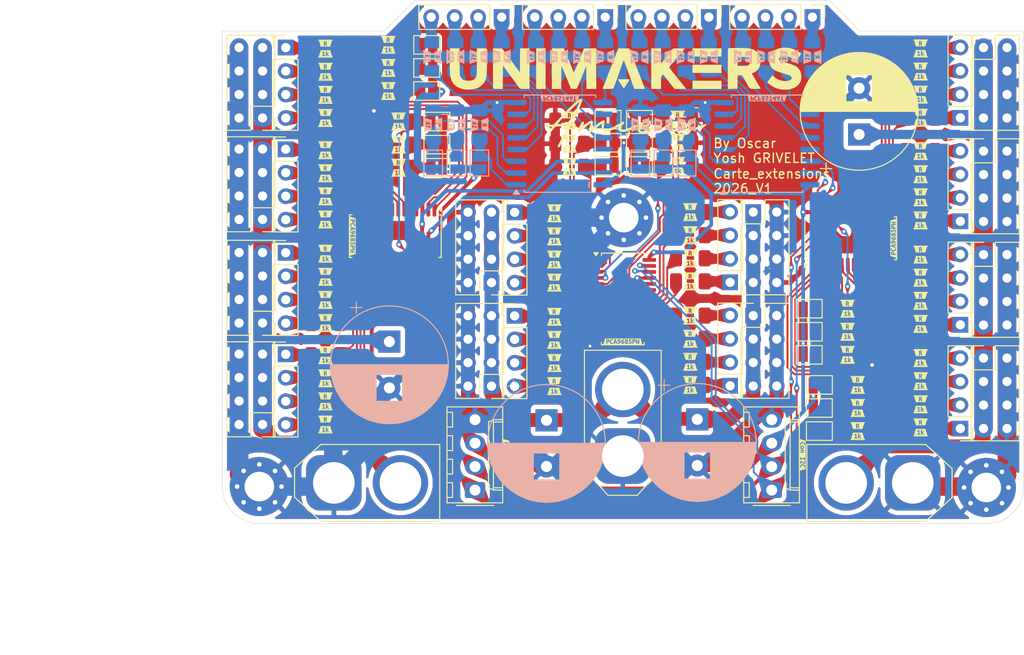
<source format=kicad_pcb>
(kicad_pcb (version 20241229) (generator "pcbnew") (generator_version "9.0")
  (layers (0 "F.Cu" signal) (2 "B.Cu" signal) (13 "F.Paste" user) (15 "B.Paste" user) (5 "F.SilkS" user "F.Silkscreen") (7 "B.SilkS" user "B.Silkscreen") (1 "F.Mask" user) (3 "B.Mask" user) (25 "Edge.Cuts" user))
  (net 0 "")
  (net 1 "GND")
  (net 2 "+5VP")
  (net 3 "Net-(J5-Pin_3)")
  (net 4 "Net-(J5-Pin_4)")
  (net 5 "Net-(J5-Pin_2)")
  (net 6 "Net-(J5-Pin_1)")
  (net 7 "Net-(J10-Pin_4)")
  (net 8 "Net-(J10-Pin_3)")
  (net 9 "Net-(J10-Pin_2)")
  (net 10 "Net-(J10-Pin_1)")
  (net 11 "Net-(J11-Pin_2)")
  (net 12 "Net-(J11-Pin_1)")
  (net 13 "Net-(J11-Pin_3)")
  (net 14 "Net-(J11-Pin_4)")
  (net 15 "Net-(J12-Pin_2)")
  (net 16 "Net-(J12-Pin_3)")
  (net 17 "Net-(J12-Pin_1)")
  (net 18 "Net-(J12-Pin_4)")
  (net 19 "Net-(J13-Pin_3)")
  (net 20 "Net-(J13-Pin_4)")
  (net 21 "Net-(J13-Pin_1)")
  (net 22 "Net-(J13-Pin_2)")
  (net 23 "Net-(J18-Pin_4)")
  (net 24 "Net-(J18-Pin_3)")
  (net 25 "Net-(J18-Pin_1)")
  (net 26 "Net-(J18-Pin_2)")
  (net 27 "Net-(J19-Pin_1)")
  (net 28 "Net-(J19-Pin_2)")
  (net 29 "Net-(J19-Pin_3)")
  (net 30 "Net-(J19-Pin_4)")
  (net 31 "Net-(J20-Pin_2)")
  (net 32 "Net-(J20-Pin_4)")
  (net 33 "Net-(J20-Pin_3)")
  (net 34 "Net-(J20-Pin_1)")
  (net 35 "SCL")
  (net 36 "+3.3V")
  (net 37 "SDA")
  (net 38 "Net-(JP1-B)")
  (net 39 "Net-(JP2-B)")
  (net 40 "Net-(JP3-B)")
  (net 41 "Net-(JP4-B)")
  (net 42 "Net-(JP5-B)")
  (net 43 "Net-(JP6-B)")
  (net 44 "Net-(JP7-B)")
  (net 45 "Net-(JP8-B)")
  (net 46 "Net-(JP9-B)")
  (net 47 "Net-(JP10-B)")
  (net 48 "Net-(JP11-B)")
  (net 49 "Net-(JP12-B)")
  (net 50 "Net-(JP13-B)")
  (net 51 "Net-(JP14-B)")
  (net 52 "Net-(JP15-B)")
  (net 53 "Net-(JP16-B)")
  (net 54 "Net-(JP17-B)")
  (net 55 "Net-(JP18-B)")
  (net 56 "Net-(JP19-B)")
  (net 57 "Net-(JP20-B)")
  (net 58 "Net-(JP21-B)")
  (net 59 "Net-(JP22-B)")
  (net 60 "Net-(JP23-B)")
  (net 61 "Net-(JP24-B)")
  (net 62 "Net-(U1-LED0)")
  (net 63 "Net-(U1-LED1)")
  (net 64 "Net-(U1-LED2)")
  (net 65 "Net-(U1-LED3)")
  (net 66 "Net-(U1-LED4)")
  (net 67 "Net-(U1-LED5)")
  (net 68 "Net-(U1-LED6)")
  (net 69 "Net-(U1-LED7)")
  (net 70 "Net-(U1-LED8)")
  (net 71 "Net-(U1-LED9)")
  (net 72 "Net-(U1-LED10)")
  (net 73 "Net-(U1-LED11)")
  (net 74 "Net-(U1-LED12)")
  (net 75 "Net-(U1-LED13)")
  (net 76 "Net-(U1-LED14)")
  (net 77 "Net-(U1-LED15)")
  (net 78 "Net-(U2-LED0)")
  (net 79 "Net-(U2-LED1)")
  (net 80 "Net-(U2-LED2)")
  (net 81 "Net-(U2-LED3)")
  (net 82 "Net-(U2-LED4)")
  (net 83 "Net-(U2-LED5)")
  (net 84 "Net-(U2-LED6)")
  (net 85 "Net-(U2-LED7)")
  (net 86 "Net-(U2-LED8)")
  (net 87 "Net-(U2-LED9)")
  (net 88 "Net-(U2-LED10)")
  (net 89 "Net-(U2-LED11)")
  (net 90 "Net-(U2-LED12)")
  (net 91 "Net-(U2-LED13)")
  (net 92 "Net-(U2-LED14)")
  (net 93 "Net-(U2-LED15)")
  (net 94 "Net-(U3-LED0)")
  (net 95 "Net-(U3-LED1)")
  (net 96 "Net-(U3-LED2)")
  (net 97 "Net-(U3-LED3)")
  (net 98 "Net-(U3-LED4)")
  (net 99 "Net-(U3-LED5)")
  (net 100 "Net-(U3-LED6)")
  (net 101 "Net-(U3-LED7)")
  (net 102 "Net-(U3-LED8)")
  (net 103 "Net-(U3-LED9)")
  (net 104 "Net-(U3-LED10)")
  (net 105 "Net-(U3-LED11)")
  (net 106 "Net-(U3-LED12)")
  (net 107 "Net-(U3-LED13)")
  (net 108 "Net-(U3-LED14)")
  (net 109 "Net-(U3-LED15)")
  (net 110 "Net-(U5-P0)")
  (net 111 "Net-(U5-P1)")
  (net 112 "Net-(U5-P2)")
  (net 113 "Net-(U5-P3)")
  (net 114 "Net-(U5-P4)")
  (net 115 "Net-(U5-P5)")
  (net 116 "Net-(U5-P6)")
  (net 117 "Net-(U5-P7)")
  (net 118 "Net-(U4-P0)")
  (net 119 "Net-(U4-P1)")
  (net 120 "Net-(U4-P2)")
  (net 121 "Net-(U4-P3)")
  (net 122 "Net-(U4-P4)")
  (net 123 "Net-(U4-P5)")
  (net 124 "Net-(U4-P6)")
  (net 125 "Net-(U4-P7)")
  (net 128 "+5VPP")
  (net 132 "Net-(J6-Pin_4)")
  (net 133 "Net-(J6-Pin_2)")
  (net 134 "Net-(J6-Pin_3)")
  (net 135 "Net-(J6-Pin_1)")
  (net 136 "Net-(J7-Pin_4)")
  (net 137 "Net-(J7-Pin_3)")
  (net 138 "Net-(J7-Pin_1)")
  (net 139 "Net-(J7-Pin_2)")
  (net 140 "Net-(J8-Pin_3)")
  (net 141 "Net-(J8-Pin_4)")
  (net 142 "Net-(J8-Pin_1)")
  (net 143 "Net-(J8-Pin_2)")
  (net 144 "Net-(J9-Pin_3)")
  (net 145 "Net-(J9-Pin_4)")
  (net 146 "Net-(J9-Pin_2)")
  (net 147 "Net-(J9-Pin_1)")
  (net 148 "Net-(J14-Pin_1)")
  (net 149 "Net-(J14-Pin_3)")
  (net 150 "Net-(J14-Pin_2)")
  (net 151 "Net-(J14-Pin_4)")
  (net 152 "Net-(J15-Pin_1)")
  (net 153 "Net-(J15-Pin_2)")
  (net 154 "Net-(J15-Pin_3)")
  (net 155 "Net-(J15-Pin_4)")
  (net 156 "Net-(J16-Pin_4)")
  (net 157 "Net-(J16-Pin_1)")
  (net 158 "Net-(J16-Pin_2)")
  (net 159 "Net-(J16-Pin_3)")
  (net 160 "Net-(J17-Pin_2)")
  (net 161 "Net-(J17-Pin_4)")
  (net 162 "Net-(J17-Pin_3)")
  (net 163 "Net-(J17-Pin_1)")
  (footprint "Connector_PinHeader_2.54mm:PinHeader_2x04_P2.54mm_Vertical" (layer "F.Cu") (at 96.75 102.284999 180)
    (property "Reference" "J28" (hide yes))
    (property "Value" "Conn_02x04_Odd_Even" (hide yes))
  )
  (footprint "kibuzzard-690E943A" (layer "F.Cu") (at 141.65 69.814832)
    (property "Reference" "kibuzzard-690E943A" (hide yes))
    (property "Value" "G***" (hide yes))
  )
  (footprint "Resistor_SMD:R_1206_3216Metric_Pad1.30x1.75mm_HandSolder" (layer "F.Cu") (at 167.899 88.899)
    (property "Reference" "R6" (hide yes))
    (property "Value" "R_Small" (hide yes))
  )
  (footprint "Resistor_SMD:R_1206_3216Metric_Pad1.30x1.75mm_HandSolder" (layer "F.Cu") (at 103.55 86.299999 180)
    (property "Reference" "R26" (hide yes))
    (property "Value" "R_Small" (hide yes))
  )
  (footprint "Connector_PinHeader_2.54mm:PinHeader_1x04_P2.54mm_Vertical" (layer "F.Cu") (at 99.25 83.7)
    (property "Reference" "J11" (hide yes))
    (property "Value" "Conn_01x04" (hide yes))
  )
  (footprint "Connector_PinHeader_2.54mm:PinHeader_1x04_P2.54mm_Vertical" (layer "F.Cu") (at 122.6 58.2 -90)
    (property "Reference" "J19" (hide yes))
    (property "Value" "Conn_01x04" (hide yes))
  )
  (footprint "Connector_AMASS:AMASS_XT60-F_1x02_P7.20mm_Vertical" (layer "F.Cu") (at 167.05 108.6 180)
    (property "Reference" "J33" (hide yes))
    (property "Value" "Conn_01x02" (hide yes))
  )
  (footprint "kibuzzard-690E943A" (layer "F.Cu") (at 143 93.525)
    (property "Reference" "kibuzzard-690E943A" (hide yes))
    (property "Value" "G***" (hide yes))
  )
  (footprint "kibuzzard-690E9406" (layer "F.Cu") (at 141.65 73.764832)
    (property "Reference" "kibuzzard-690E9406" (hide yes))
    (property "Value" "G***" (hide yes))
  )
  (footprint "kibuzzard-690E943A" (layer "F.Cu") (at 141.65 72.314832)
    (property "Reference" "kibuzzard-690E943A" (hide yes))
    (property "Value" "G***" (hide yes))
  )
  (footprint "Resistor_SMD:R_1206_3216Metric_Pad1.30x1.75mm_HandSolder" (layer "F.Cu") (at 167.899 102.598999)
    (property "Reference" "R1" (hide yes))
    (property "Value" "R_Small" (hide yes))
  )
  (footprint "Resistor_SMD:R_1206_3216Metric_Pad1.30x1.75mm_HandSolder" (layer "F.Cu") (at 167.899 80.199)
    (property "Reference" "R9" (hide yes))
    (property "Value" "R_Small" (hide yes))
  )
  (footprint "Connector_PinHeader_2.54mm:PinHeader_1x04_P2.54mm_Vertical" (layer "F.Cu") (at 124 90.53)
    (property "Reference" "J14" (hide yes))
    (property "Value" "Conn_01x04" (hide yes))
  )
  (footprint "Resistor_SMD:R_1206_3216Metric_Pad1.30x1.75mm_HandSolder" (layer "F.Cu") (at 159.999 89.749 180)
    (property "Reference" "R68" (hide yes))
    (property "Value" "R_Small" (hide yes))
  )
  (footprint "kibuzzard-690E943A" (layer "F.Cu") (at 167.899 100.6)
    (property "Reference" "kibuzzard-690E943A" (hide yes))
    (property "Value" "G***" (hide yes))
  )
  (footprint "Connector_PinHeader_2.54mm:PinHeader_1x04_P2.54mm_Vertical" (layer "F.Cu") (at 99.25 94.685)
    (property "Reference" "J12" (hide yes))
    (property "Value" "Conn_01x04" (hide yes))
  )
  (footprint "Connector_PinHeader_2.54mm:PinHeader_2x04_P2.54mm_Vertical" (layer "F.Cu") (at 121.5 98.129999 180)
    (property "Reference" "J30" (hide yes))
    (property "Value" "Conn_02x04_Odd_Even" (hide yes))
  )
  (footprint "kibuzzard-690E9406" (layer "F.Cu") (at 128.3 92.6)
    (property "Reference" "kibuzzard-690E9406" (hide yes))
    (property "Value" "G***" (hide yes))
  )
  (footprint "kibuzzard-690E9406" (layer "F.Cu") (at 110.35 65.659884)
    (property "Reference" "kibuzzard-690E9406" (hide yes))
    (property "Value" "G***" (hide yes))
  )
  (footprint "Resistor_SMD:R_1206_3216Metric_Pad1.30x1.75mm_HandSolder" (layer "F.Cu") (at 111.45 74.5)
    (property "Reference" "R74" (hide yes))
    (property "Value" "R_Small" (hide yes))
  )
  (footprint "Jumper:SolderJumper-2_P1.3mm_Open_Pad1.0x1.5mm" (layer "F.Cu") (at 134.1 69.3 180)
    (property "Reference" "JP7" (hide yes))
    (property "Value" "Jumper_2_Open" (hide yes))
  )
  (footprint "kibuzzard-690E943A" (layer "F.Cu") (at 103.55 73.1)
    (property "Reference" "kibuzzard-690E943A" (hide yes))
    (property "Value" "G***" (hide yes))
  )
  (footprint "Resistor_SMD:R_1206_3216Metric_Pad1.30x1.75mm_HandSolder" (layer "F.Cu") (at 128.3 90.63 180)
    (property "Reference" "R37" (hide yes))
    (property "Value" "R_Small" (hide yes))
  )
  (footprint "Resistor_SMD:R_1206_3216Metric_Pad1.30x1.75mm_HandSolder" (layer "F.Cu") (at 161.099 97.999 180)
    (property "Reference" "R65" (hide yes))
    (property "Value" "R_Small" (hide yes))
  )
  (footprint "Connector_PinHeader_2.54mm:PinHeader_2x04_P2.54mm_Vertical" (layer "F.Cu") (at 96.75 80.1 180)
    (property "Reference" "J26" (hide yes))
    (property "Value" "Conn_02x04_Odd_Even" (hide yes))
  )
  (footprint "Connector_PinHeader_2.54mm:PinHeader_1x04_P2.54mm_Vertical" (layer "F.Cu") (at 172.199 91.499 180)
    (property "Reference" "J6" (hide yes))
    (property "Value" "Conn_01x04" (hide yes))
  )
  (footprint "kibuzzard-690E9406" (layer "F.Cu") (at 141.65 71.264832)
    (property "Reference" "kibuzzard-690E9406" (hide yes))
    (property "Value" "G***" (hide yes))
  )
  (footprint "Jumper:SolderJumper-2_P1.3mm_Open_Pad1.0x1.5mm" (layer "F.Cu") (at 114.5 63.7 180)
    (property "Reference" "JP2" (hide yes))
    (property "Value" "Jumper_2_Open" (hide yes))
  )
  (footprint "Resistor_SMD:R_1206_3216Metric_Pad1.30x1.75mm_HandSolder" (layer "F.Cu") (at 103.55 83.799999 180)
    (property "Reference" "R25" (hide yes))
    (property "Value" "R_Small" (hide yes))
  )
  (footprint "kibuzzard-690E9406" (layer "F.Cu") (at 167.899 99.55)
    (property "Reference" "kibuzzard-690E9406" (hide yes))
    (property "Value" "G***" (hide yes))
  )
  (footprint "Connector_Molex:Molex_KK-254_AE-6410-04A_1x04_P2.54mm_Vertical" (layer "F.Cu") (at 119.72 109.38 90)
    (property "Reference" "J4" (hide yes))
    (property "Value" "Conn_01x04" (hide yes))
  )
  (footprint "kibuzzard-690E943A" (layer "F.Cu") (at 167.898999 62.1)
    (property "Reference" "kibuzzard-690E943A" (hide yes))
    (property "Value" "G***" (hide yes))
  )
  (footprint "kibuzzard-690E9406" (layer "F.Cu") (at 103.55 88.266046)
    (property "Reference" "kibuzzard-690E9406" (hide yes))
    (property "Value" "G***" (hide yes))
  )
  (footprint "kibuzzard-690E9406" (layer "F.Cu") (at 103.55 68.575)
    (property "Reference" "kibuzzard-690E9406" (hide yes))
    (property "Value" "G***" (hide yes))
  )
  (footprint "Connector_PinHeader_2.54mm:PinHeader_1x04_P2.54mm_Vertical" (layer "F.Cu") (at 172.199 102.719 180)
    (property "Reference" "J5" (hide yes))
    (property "Value" "Conn_01x04" (hide yes))
  )
  (footprint "Jumper:SolderJumper-2_P1.3mm_Open_Pad1.0x1.5mm" (layer "F.Cu") (at 115.6 74.5 180)
    (property "Reference" "JP4" (hide yes))
    (property "Value" "Jumper_2_Open" (hide yes))
  )
  (footprint "MountingHole:MountingHole_3.2mm_M3_Pad_Via" (layer "F.Cu") (at 175 109.1)
    (property "Reference" "H3" (hide yes))
    (property "Value" "MountingHole_Pad" (hide yes))
  )
  (footprint "Resistor_SMD:R_1206_3216Metric_Pad1.30x1.75mm_HandSolder" (layer "F.Cu") (at 141.65 74.3 180)
    (property "Reference" "R80" (hide yes))
    (property "Value" "R_Small" (hide yes))
  )
  (footprint "kibuzzard-690E9406" (layer "F.Cu") (at 167.899 97.05)
    (property "Reference" "kibuzzard-690E9406" (hide yes))
    (property "Value" "G***" (hide yes))
  )
  (footprint "Connector_PinHeader_2.54mm:PinHeader_1x04_P2.54mm_Vertical" (layer "F.Cu") (at 145 58.2 -90)
    (property "Reference" "J17" (hide yes))
    (property "Value" "Conn_01x04" (hide yes))
  )
  (footprint "Connector_PinHeader_2.54mm:PinHeader_2x04_P2.54mm_Vertical" (layer "F.Cu") (at 174.699 72.699001)
    (property "Reference" "J23" (hide yes))
    (property "Value" "Conn_02x04_Odd_Even" (hide yes))
  )
  (footprint "Connector_PinHeader_2.54mm:PinHeader_1x04_P2.54mm_Vertical" (layer "F.Cu") (at 172.199 80.299 180)
    (property "Reference" "J7" (hide yes))
    (property "Value" "Conn_01x04" (hide yes))
  )
  (footprint "kibuzzard-690E943A" (layer "F.Cu") (at 103.55 89.316046)
    (property "Reference" "kibuzzard-690E943A" (hide yes))
    (property "Value" "G***" (hide yes))
  )
  (footprint "kibuzzard-6919B3C0" (layer "F.Cu") (at 164.95 82.1365 90)
    (property "Reference" "kibuzzard-6919B3C0" (hide yes))
    (property "Value" "G***" (hide yes))
  )
  (footprint "kibuzzard-690E9406" (layer "F.Cu") (at 103.55 72.05)
    (property "Reference" "kibuzzard-690E9406" (hide yes))
    (property "Value" "G***" (hide yes))
  )
  (footprint "kibuzzard-690E9406" (layer "F.Cu") (at 167.899 90.85)
    (property "Reference" "kibuzzard-690E9406" (hide yes))
    (property "Value" "G***" (hide yes))
  )
  (footprint "kibuzzard-690E943A" (layer "F.Cu") (at 159.999 95.258309)
    (property "Reference" "kibuzzard-690E943A" (hide yes))
    (property "Value" "G***" (hide yes))
  )
  (footprint "kibuzzard-690E9406" (layer "F.Cu") (at 159.999 94.208309)
    (property "Reference" "kibuzzard-690E9406" (hide yes))
    (property "Value" "G***" (hide yes))
  )
  (footprint "kibuzzard-690E943A" (layer "F.Cu") (at 103.55 69.625)
    (property "Reference" "kibuzzard-690E943A" (hide yes))
    (property "Value" "G***" (hide yes))
  )
  (footprint "kibuzzard-690E9406" (layer "F.Cu") (at 103.55 94.25)
    (property "Reference" "kibuzzard-690E9406" (hide yes))
    (property "Value" "G***" (hide yes))
  )
  (footprint "Package_SO:TSSOP-28_4.4x9.7mm_P0.65mm" (layer "F.Cu") (at 135.7 88.7)
    (property "Reference" "U3" (hide yes))
    (property "Value" "PCA9685PW" (hide yes))
  )
  (footprint "kibuzzard-690E9406" (layer "F.Cu") (at 103.55 79.55)
    (property "Reference" "kibuzzard-690E9406" (hide yes))
    (property "Value" "G***" (hide yes))
  )
  (footprint "Resistor_SMD:R_1206_3216Metric_Pad1.30x1.75mm_HandSolder" (layer "F.Cu") (at 143 95.499999)
    (property "Reference" "R42" (hide yes))
    (property "Value" "R_Small" (hide yes))
  )
  (footprint "Resistor_SMD:R_1206_3216Metric_Pad1.30x1.75mm_HandSolder" (layer "F.Cu") (at 143 79.299999)
    (property "Reference" "R48" (hide yes))
    (property "Value" "R_Small" (hide yes))
  )
  (footprint "kibuzzard-690E9406" (layer "F.Cu") (at 128.3 86.4)
    (property "Reference" "kibuzzard-690E9406" (hide yes))
    (property "Value" "G***" (hide yes))
  )
  (footprint "kibuzzard-690E9406" (layer "F.Cu") (at 103.55 61.075)
    (property "Reference" "kibuzzard-690E9406" (hide yes))
    (property "Value" "G***" (hide yes))
  )
  (footprint "Connector_PinHeader_2.54mm:PinHeader_1x04_P2.54mm_Vertical" (layer "F.Cu") (at 99.25 61.5)
    (property "Reference" "J9" (hide yes))
    (property "Value" "Conn_01x04" (hide yes))
  )
  (footprint "Resistor_SMD:R_1206_3216Metric_Pad1.30x1.75mm_HandSolder" (layer "F.Cu") (at 111.45 72)
    (property "Reference" "R75" (hide yes))
    (property "Value" "R_Small" (hide yes))
  )
  (footprint "Resistor_SMD:R_1206_3216Metric_Pad1.30x1.75mm_HandSolder" (layer "F.Cu") (at 167.899 77.699)
    (property "Reference" "R10" (hide yes))
    (property "Value" "R_Small" (hide yes))
  )
  (footprint "kibuzzard-690E9406" (layer "F.Cu") (at 143 92.475)
    (property "Reference" "kibuzzard-690E9406" (hide yes))
    (property "Value" "G***" (hide yes))
  )
  (footprint "LOGO" (layer "F.Cu") (at 136.032908 67.028962)
    (property "Reference" "G***" (hide yes))
    (property "Value" "LOGO" (hide yes))
  )
  (footprint "kibuzzard-690E943A" (layer "F.Cu") (at 103.55 97.8)
    (property "Reference" "kibuzzard-690E943A" (hide yes))
    (property "Value" "G***" (hide yes))
  )
  (footprint "Resistor_SMD:R_1206_3216Metric_Pad1.30x1.75mm_HandSolder" (layer "F.Cu") (at 141.65 69.3 180)
    (property "Reference" "R82" (hide yes))
    (property "Value" "R_Small" (hide yes))
  )
  (footprint "Resistor_SMD:R_1206_3216Metric_Pad1.30x1.75mm_HandSolder" (layer "F.Cu") (at 128.3 93.13 180)
    (property "Reference" "R38" (hide yes))
    (property "Value" "R_Small" (hide yes))
  )
  (footprint "Connector_AMASS:AMASS_XT60-F_1x02_P7.20mm_Vertical" (layer "F.Cu") (at 104.454227 108.598454)
    (property "Reference" "J2" (hide yes))
    (property "Value" "Conn_01x02" (hide yes))
  )
  (footprint "kibuzzard-690E943A" (layer "F.Cu") (at 128.3 96.15)
    (property "Reference" "kibuzzard-690E943A" (hide yes))
    (property "Value" "G***" (hide yes))
  )
  (footprint "Connector_AMASS:AMASS_XT60-F_1x02_P7.20mm_Vertical" (layer "F.Cu") (at 135.7 105.7 90)
    (property "Reference" "J1" (hide yes))
    (property "Value" "Conn_01x02" (hide yes))
  )
  (footprint "kibuzzard-690E943A" (layer "F.Cu") (at 103.55 95.3)
    (property "Reference" "kibuzzard-690E943A" (hide yes))
    (property "Value" "G***" (hide yes))
  )
  (footprint "kibuzzard-690E9406" (layer "F.Cu") (at 103.55 101.75)
    (property "Reference" "kibuzzard-690E9406" (hide yes))
    (property "Value" "G***" (hide yes))
  )
  (footprint "kibuzzard-690E9406" (layer "F.Cu") (at 143 81.25)
    (property "Reference" "kibuzzard-690E9406" (hide yes))
    (property "Value" "G***" (hide yes))
  )
  (footprint "Jumper:SolderJumper-2_P1.3mm_Open_Pad1.0x1.5mm" (layer "F.Cu") (at 114.5 61.2 180)
    (property "Reference" "JP3" (hide yes))
    (property "Value" "Jumper_2_Open" (hide yes))
  )
  (footprint "kibuzzard-690E9406" (layer "F.Cu") (at 103.55 74.55)
    (property "Reference" "kibuzzard-690E9406" (hide yes))
    (property "Value" "G***" (hide yes))
  )
  (footprint "kibuzzard-690E9406" (layer "F.Cu") (at 128.3 90.1)
    (property "Reference" "kibuzzard-690E9406" (hide yes))
    (property "Value" "G***" (hide yes))
  )
  (footprint "Jumper:SolderJumper-2_P1.3mm_Open_Pad1.0x1.5mm" (layer "F.Cu") (at 156.949 100.499)
    (property "Reference" "JP14" (hide yes))
    (property "Value" "Jumper_2_Open" (hide yes))
  )
  (footprint "kibuzzard-690E9406" (layer "F.Cu") (at 143 83.75)
    (property "Reference" "kibuzzard-690E9406" (hide yes))
    (property "Value" "G***" (hide yes))
  )
  (footprint "Resistor_SMD:R_1206_3216Metric_Pad1.30x1.75mm_HandSolder" (layer "F.Cu") (at 129.95 74.4)
    (property "Reference" "R79" (hide yes))
    (property "Value" "R_Small" (hide yes))
  )
  (footprint "kibuzzard-690E9406" (layer "F.Cu") (at 167.899 79.675)
    (property "Reference" "kibuzzard-690E9406" (hide yes))
    (property "Value" "G***" (hide yes))
  )
  (footprint "Resistor_SMD:R_1206_3216Metric_Pad1.30x1.75mm_HandSolder" (layer "F.Cu") (at 167.899 75.199)
    (property "Reference" "R11" (hide yes))
    (property "Value" "R_Small" (hide yes))
  )
  (footprint "kibuzzard-690E943A" (layer "F.Cu") (at 129.95 69.896714)
    (property "Reference" "kibuzzard-690E943A" (hide yes))
    (property "Value" "G***" (hide yes))
  )
  (footprint "kibuzzard-690E943A" (layer "F.Cu") (at 161.099 98.507032)
    (property "Reference" "kibuzzard-690E943A" (hide yes))
    (property "Value" "G***" (hide yes))
  )
  (footprint "Resistor_SMD:R_1206_3216Metric_Pad1.30x1.75mm_HandSolder" (layer "F.Cu") (at 143 92.999999)
    (property "Reference" "R43" (hide yes))
    (property "Value" "R_Small" (hide yes))
  )
  (footprint "kibuzzard-690E943A" (layer "F.Cu") (at 110.35 64.209884)
    (property "Reference" "kibuzzard-690E943A" (hide yes))
    (property "Value" "G***" (hide yes))
  )
  (footprint "Resistor_SMD:R_1206_3216Metric_Pad1.30x1.75mm_HandSolder" (layer "F.Cu") (at 141.65 71.8 180)
    (property "Reference" "R81" (hide yes))
    (property "Value" "R_Small" (hide yes))
  )
  (footprint "kibuzzard-690E943A" (layer "F.Cu") (at 128.3 98.65)
    (property "Reference" "kibuzzard-690E943A" (hide yes))
    (property "Value" "G***" (hide yes))
  )
  (footprint "kibuzzard-690E943A" (layer "F.Cu") (at 167.899 86.9)
    (property "Reference" "kibuzzard-690E943A" (hide yes))
    (property "Value" "G***" (hide yes))
  )
  (footprint "kibuzzard-690E943A" (layer "F.Cu") (at 167.899 78.225)
    (property "Reference" "kibuzzard-690E943A" (hide yes))
    (property "Value" "G***" (hide yes))
  )
  (footprint "Connector_PinHeader_2.54mm:PinHeader_2x04_P2.54mm_Vertical" (layer "F.Cu") (at 96.75 91.299999 180)
    (property "Reference" "J27" (hide yes))
    (property "Value" "Conn_02x04_Odd_Even" (hide yes))
  )
  (footprint "Jumper:SolderJumper-2_P1.3mm_Open_Pad1.0x1.5mm" (layer "F.Cu") (at 134.1 71.8 180)
    (property "Reference" "JP8" (hide yes))
    (property "Value" "Jumper_2_Open" (hide yes))
  )
  (footprint "Resistor_SMD:R_1206_3216Metric_Pad1.30x1.75mm_HandSolder" (layer "F.Cu") (at 167.899 95.098999)
    (property "Reference" "R4" (hide yes))
    (property "Value" "R_Small" (hide yes))
  )
  (footprint "Resistor_SMD:R_1206_3216Metric_Pad1.30x1.75mm_HandSolder" (layer "F.Cu") (at 103.55 99.784999 180)
    (property "Reference" "R31" (hide yes))
    (property "Value" "R_Small" (hide yes))
  )
  (footprint "Resistor_SMD:R_1206_3216Metric_Pad1.30x1.75mm_HandSolder" (layer "F.Cu") (at 128.3 79.43 180)
    (property "Reference" "R33" (hide yes))
    (property "Value" "R_Small" (hide yes))
  )
  (footprint "Capacitor_THT:CP_Radial_D12.5mm_P5.00mm" (layer "F.Cu") (at 161.249 70.899 90)
    (property "Reference" "C2" (hide yes))
    (property "Value" "470µF" (hide yes))
  )
  (footprint "kibuzzard-6919B3C0" (layer "F.Cu") (at 135.7 93.3)
    (property "Reference" "kibuzzard-6919B3C0" (hide yes))
    (property "Value" "G***" (hide yes))
  )
  (footprint "kibuzzard-690E9406" (layer "F.Cu") (at 103.55 66.075)
    (property "Reference" "kibuzzard-690E9406" (hide yes))
    (property "Value" "G***" (hide yes))
  )
  (footprint "kibuzzard-690E943A" (layer "F.Cu") (at 128.3 82.45)
    (property "Reference" "kibuzzard-690E943A" (hide yes))
    (property "Value" "G***" (hide yes))
  )
  (footprint "kibuzzard-690E943A" (layer "F.Cu") (at 103.55 62.125)
    (property "Reference" "kibuzzard-690E943A" (hide yes))
    (property "Value" "G***" (hide yes))
  )
  (footprint "Jumper:SolderJumper-2_P1.3mm_Open_Pad1.0x1.5mm" (layer "F.Cu") (at 155.849 92.249)
    (property "Reference" "JP17" (hide yes))
    (property "Value" "Jumper_2_Open" (hide yes))
  )
  (footprint "Resistor_SMD:R_1206_3216Metric_Pad1.30x1.75mm_HandSolder" (layer "F.Cu") (at 128.3 81.93 180)
    (property "Reference" "R34" (hide yes))
    (property "Value" "R_Small" (hide yes))
  )
  (footprint "Resistor_SMD:R_1206_3216Metric_Pad1.30x1.75mm_HandSolder" (layer "F.Cu") (at 103.55 72.600001 180)
    (property "Reference" "R21" (hide yes))
    (property "Value" "R_Small" (hide yes))
  )
  (footprint "Jumper:SolderJumper-2_P1.3mm_Open_Pad1.0x1.5mm" (layer "F.Cu") (at 137.5 74.3)
    (property "Reference" "JP10" (hide yes))
    (property "Value" "Jumper_2_Open" (hide yes))
  )
  (footprint "kibuzzard-690E9406" (layer "F.Cu") (at 167.899 74.675)
    (property "Reference" "kibuzzard-690E9406" (hide yes))
    (property "Value" "G***" (hide yes))
  )
  (footprint "kibuzzard-690E943A" (layer "F.Cu") (at 143 91.025)
    (property "Reference" "kibuzzard-690E943A" (hide yes))
    (property "Value" "G***" (hide yes))
  )
  (footprint "kibuzzard-690E9406" (layer "F.Cu") (at 167.899 102.05)
    (property "Reference" "kibuzzard-690E9406" (hide yes))
    (property "Value" "G***" (hide yes))
  )
  (footprint "Resistor_SMD:R_1206_3216Metric_Pad1.30x1.75mm_HandSolder" (layer "F.Cu") (at 103.55 61.615001 180)
    (property "Reference" "R17" (hide yes))
    (property "Value" "R_Small" (hide yes))
  )
  (footprint "kibuzzard-690E9406" (layer "F.Cu") (at 128.3 83.9)
    (property "Reference" "kibuzzard-690E9406" (hide yes))
    (property "Value" "G***" (hide yes))
  )
  (footprint "Resistor_SMD:R_1206_3216Metric_Pad1.30x1.75mm_HandSolder" (layer "F.Cu") (at 103.55 80.100001 180)
    (property "Reference" "R24" (hide yes))
    (property "Value" "R_Small" (hide yes))
  )
  (footprint "kibuzzard-690E943A" (layer "F.Cu") (at 103.55 91.816046)
    (property "Reference" "kibuzzard-690E943A" (hide yes))
    (property "Value" "G***" (hide yes))
  )
  (footprint "Jumper:SolderJumper-2_P1.3mm_Open_Pad1.0x1.5mm" (layer "F.Cu") (at 114.5 66.2 180)
    (property "Reference" "JP1" (hide yes))
    (property "Value" "Jumper_2_Open" (hide yes))
  )
  (footprint "Resistor_SMD:R_1206_3216Metric_Pad1.30x1.75mm_HandSolder" (layer "F.Cu") (at 167.899 91.399)
    (property "Reference" "R5" (hide yes))
    (property "Value" "R_Small" (hide yes))
  )
  (footprint "kibuzzard-690E9406" (layer "F.Cu") (at 167.898999 68.55)
    (property "Reference" "kibuzzard-690E9406" (hide yes))
    (property "Value" "G***" (hide yes))
  )
  (footprint "Package_SO:TSSOP-28_4.4x9.7mm_P0.65mm" (layer "F.Cu") (at 111.1 81.9 -90)
    (property "Reference" "U2" (hide yes))
    (property "Value" "PCA9685PW" (hide yes))
  )
  (footprint "Resistor_SMD:R_1206_3216Metric_Pad1.30x1.75mm_HandSolder" (layer "F.Cu") (at 167.898999 66.589001)
    (property "Reference" "R14" (hide yes))
    (property "Value" "R_Small" (hide yes))
  )
  (footprint "kibuzzard-690E943A" (layer "F.Cu") (at 103.55 80.6)
    (property "Reference" "kibuzzard-690E943A" (hide yes))
    (property "Value" "G***" (hide yes))
  )
  (footprint "kibuzzard-690E943A" (layer "F.Cu") (at 167.899 84.4)
    (property "Reference" "kibuzzard-690E943A" (hide yes))
    (property "Value" "G***" (hide yes))
  )
  (footprint "kibuzzard-690E943A" (layer "F.Cu") (at 143 82.3)
    (property "Reference" "kibuzzard-690E943A" (hide yes))
    (property "Value" "G***" (hide yes))
  )
  (footprint "Jumper:SolderJumper-2_P1.3mm_Open_Pad1.0x1.5mm" (layer "F.Cu") (at 155.849 89.749)
    (property "Reference" "JP16" (hide yes))
    (property "Value" "Jumper_2_Open" (hide yes))
  )
  (footprint "kibuzzard-690E943A" (layer "F.Cu") (at 143 98.525)
    (property "Reference" "kibuzzard-690E943A" (hide yes))
    (property "Value" "G***" (hide yes))
  )
  (footprint "kibuzzard-690E9406" (layer "F.Cu") (at 143 94.975)
    (property "Reference" "kibuzzard-690E9406" (hide yes))
    (property "Value" "G***" (hide yes))
  )
  (footprint "kibuzzard-690E943A" (layer "F.Cu") (at 161.099 103.507032)
    (property "Reference" "kibuzzard-690E943A" (hide yes))
    (property "Value" "G***" (hide yes))
  )
  (footprint "Jumper:SolderJumper-2_P1.3mm_Open_Pad1.0x1.5mm" (layer "F.Cu") (at 115.6 72 180)
    (property "Reference" "JP5" (hide yes))
    (property "Value" "Jumper_2_Open" (hide yes))
  )
  (footprint "kibuzzard-690E9406" (layer "F.Cu") (at 111.45 73.959994)
    (property "Reference" "kibuzzard-690E9406" (hide yes))
    (property "Value" "G***" (hide yes))
  )
  (footprint "Resistor_SMD:R_1206_3216Metric_Pad1.30x1.75mm_HandSolder" (layer "F.Cu") (at 103.55 94.784999 180)
    (property "Reference" "R29" (hide yes))
    (property "Value" "R_Small" (hide yes))
  )
  (footprint "kibuzzard-690E943A" (layer "F.Cu") (at 141.65 74.814832)
    (property "Reference" "kibuzzard-690E943A" (hide yes))
    (property "Value" "G***" (hide yes))
  )
  (footprint "kibuzzard-690E943A" (layer "F.Cu") (at 129.95 74.896714)
    (property "Reference" "kibuzzard-690E943A" (hide yes))
    (property "Value" "G***" (hide yes))
  )
  (footprint "kibuzzard-690E943A" (layer "F.Cu") (at 167.898999 69.6)
    (property "Reference" "kibuzzard-690E943A" (hide yes))
    (property "Value" "G***" (hide yes))
  )
  (footprint "kibuzzard-690E9406" (layer "F.Cu") (at 167.899 94.55)
    (property "Reference" "kibuzzard-690E9406" (hide yes))
    (property "Value" "G***" (hide yes))
  )
  (footprint "kibuzzard-690E943A" (layer "F.Cu") (at 110.35 66.709884)
    (property "Reference" "kibuzzard-690E943A" (hide yes))
    (property "Value" "G***" (hide yes))
  )
  (footprint "Resistor_SMD:R_1206_3216Metric_Pad1.30x1.75mm_HandSolder" (layer "F.Cu") (at 103.55 102.284999 180)
    (property "Reference" "R32" (hide yes))
    (property "Value" "R_Small" (hide yes))
  )
  (footprint "Resistor_SMD:R_1206_3216Metric_Pad1.30x1.75mm_HandSolder" (layer "F.Cu") (at 110.35 61.2)
    (property "Reference" "R73" (hide yes))
    (property "Value" "R_Small" (hide yes))
  )
  (footprint "kibuzzard-690E9406" (layer "F.Cu") (at 143 78.75)
    (property "Reference" "kibuzzard-690E9406" (hide yes))
    (property "Value" "G***" (hide yes))
  )
  (footprint "Resistor_SMD:R_1206_3216Metric_Pad1.30x1.75mm_HandSolder" (layer "F.Cu") (at 128.3 98.13 180)
    (property "Reference" "R40" (hide yes))
    (property "Value" "R_Small" (hide yes))
  )
  (footprint "kibuzzard-690E943A" (layer "F.Cu") (at 143 84.8)
    (property "Reference" "kibuzzard-690E943A" (hide yes))
    (property "Value" "G***" (hide yes))
  )
  (footprint "Resistor_SMD:R_1206_3216Metric_Pad1.30x1.75mm_HandSolder" (layer "F.Cu") (at 103.55 77.600001 180)
    (property "Reference" "R23" (hide yes))
    (property "Value" "R_Small" (hide yes))
  )
  (footprint "Resistor_SMD:R_1206_3216Metric_Pad1.30x1.75mm_HandSolder" (layer "F.Cu") (at 167.898999 69.089001)
    (property "Reference" "R13" (hide yes))
    (property "Value" "R_Small" (hide yes))
  )
  (footprint "kibuzzard-690E9406" (layer "F.Cu") (at 161.099 97.457032)
    (property "Reference" "kibuzzard-690E9406" (hide yes))
    (property "Value" "G***" (hide yes))
  )
  (footprint "Connector_PinHeader_2.54mm:PinHeader_2x04_P2.54mm_Vertical" (layer "F.Cu") (at 174.699 95.099)
    (property "Reference" "J21" (hide yes))
    (property "Value" "Conn_02x04_Odd_Even" (hide yes))
  )
  (footprint "kibuzzard-690E9406" (layer "F.Cu") (at 103.55 99.25)
    (property "Reference" "kibuzzard-690E9406" (hide yes))
    (property "Value" "G***" (hide yes))
  )
  (footprint "kibuzzard-690E9406" (layer "F.Cu") (at 129.95 68.846714)
    (property "Reference" "kibuzzard-690E9406" (hide yes))
    (property "Value" "G***" (hide yes))
  )
  (footprint "kibuzzard-690E943A" (layer "F.Cu") (at 128.3 91.15)
    (property "Reference" "kibuzzard-690E943A" (hide yes))
    (property "Value" "G***" (hide yes))
  )
  (footprint "Resistor_SMD:R_1206_3216Metric_Pad1.30x1.75mm_HandSolder" (layer "F.Cu") (at 129.95 71.9)
    (property "Reference" "R78" (hide yes))
    (property "Value" "R_Small" (hide yes))
  )
  (footprint "Jumper:SolderJumper-2_P1.3mm_Open_Pad1.0x1.5mm" (layer "F.Cu") (at 115.6 69.5 180)
    (property "Reference" "JP6" (hide yes))
    (property "Value" "Jumper_2_Open" (hide yes))
  )
  (footprint "kibuzzard-690E9406" (layer "F.Cu") (at 128.3 78.9)
    (property "Reference" "kibuzzard-690E9406" (hide yes))
    (property "Value" "G***" (hide yes))
  )
  (footprint "kibuzzard-690E943A" (layer "F.Cu") (at 103.55 78.1)
    (property "Reference" "kibuzzard-690E943A" (hide yes))
    (property "Value" "G***" (hide yes))
  )
  (footprint "Connector_PinHeader_2.54mm:PinHeader_1x04_P2.54mm_Vertical" (layer "F.Cu") (at 172.198999 69.099 180)
    (property "Reference" "J8" (hide yes))
    (property "Value" "Conn_01x04" (hide yes))
  )
  (footprint "Resistor_SMD:R_1206_3216Metric_Pad1.30x1.75mm_HandSolder" (layer "F.Cu") (at 103.55 91.299999 180)
    (property "Reference" "R28" (hide yes))
    (property "Value" "R_Small" (hide yes))
  )
  (footprint "kibuzzard-690E943A" (layer "F.Cu") (at 143 96.025)
    (property "Reference" "kibuzzard-690E943A" (hide yes))
    (property "Value" "G***" (hide yes))
  )
  (footprint "Jumper:SolderJumper-2_P1.3mm_Open_Pad1.0x1.5mm" (layer "F.Cu") (at 137.5 71.8)
    (property "Reference" "JP11" (hide yes))
    (property "Value" "Jumper_2_Open" (hide yes))
  )
  (footprint "kibuzzard-690E9406" (layer "F.Cu") (at 167.898999 63.55)
    (property "Reference" "kibuzzard-690E9406" (hide yes))
    (property "Value" "G***" (hide yes))
  )
  (footprint "Resistor_SMD:R_1206_3216Metric_Pad1.30x1.75mm_HandSolder" (layer "F.Cu") (at 167.898999 64.089)
    (property "Reference" "R15" (hide yes))
    (property "Value" "R_Small" (hide yes))
  )
  (footprint "MountingHole:MountingHole_3.2mm_M3_Pad_Via" (layer "F.Cu") (at 135.8 79.9)
    (property "Reference" "H2" (hide yes))
    (property "Value" "MountingHole_Pad" (hide yes))
  )
  (footprint "kibuzzard-690E9406" (layer "F.Cu") (at 128.3 97.6)
    (property "Reference" "kibuzzard-690E9406" (hide yes))
    (property "Value" "G***" (hide yes))
  )
  (footprint "Resistor_SMD:R_1206_3216Metric_Pad1.30x1.75mm_HandSolder" (layer "F.Cu") (at 167.899 97.598999)
    (property "Reference" "R3" (hide yes))
    (property "Value" "R_Small" (hide yes))
  )
  (footprint "kibuzzard-690E943A" (layer "F.Cu") (at 111.45 75.009994)
    (property "Reference" "kibuzzard-690E943A" (hide yes))
    (property "Value" "G***" (hide yes))
  )
  (footprint "kibuzzard-690E943A" (layer "F.Cu") (at 103.55 64.625)
    (property "Reference" "kibuzzard-690E943A" (hide yes))
    (property "Value" "G***" (hide yes))
  )
  (footprint "kibuzzard-690E943A" (layer "F.Cu") (at 128.3 79.95)
    (property "Reference" "kibuzzard-690E943A" (hide yes))
    (property "Value" "G***" (hide yes))
  )
  (footprint "kibuzzard-690E9406" (layer "F.Cu") (at 129.95 73.846714)
    (property "Reference" "kibuzzard-690E9406" (hide yes))
    (property "Value" "G***" (hide yes))
  )
  (footprint "kibuzzard-690E9406" (layer "F.Cu") (at 143 89.975)
    (property "Reference" "kibuzzard-690E9406" (hide yes))
    (property "Value" "G***" (hide yes))
  )
  (footprint "Resistor_SMD:R_1206_3216Metric_Pad1.30x1.75mm_HandSolder" (layer "F.Cu") (at 103.55 75.100001 180)
    (property "Reference" "R22" (hide yes))
    (property "Value" "R_Small" (hide yes))
  )
  (footprint "Resistor_SMD:R_1206_3216Metric_Pad1.30x1.75mm_HandSolder" (layer "F.Cu") (at 161.099 100.499 180)
    (property "Reference" "R66" (hide yes))
    (property "Value" "R_Small" (hide yes))
  )
  (footprint "Jumper:SolderJumper-2_P1.3mm_Open_Pad1.0x1.5mm" (layer "F.Cu") (at 137.5 69.3)
    (property "Reference" "JP12" (hide yes))
    (property "Value" "Jumper_2_Open" (hide yes))
  )
  (footprint "kibuzzard-6919B48D" (layer "F.Cu") (at 155.15 105.57 -90)
    (property "Reference" "kibuzzard-6919B48D" (hide yes))
    (property "Value" "G***" (hide yes))
  )
  (footprint "kibuzzard-690E9406" (layer "F.Cu") (at 103.55 83.266046)
    (property "Reference" "kibuzzard-690E9406" (hide yes))
    (property "Value" "G***" (hide yes))
  )
  (footprint "Resistor_SMD:R_1206_3216Metric_Pad1.30x1.75mm_HandSolder" (layer "F.Cu") (at 143 81.799999)
    (property "Reference" "R47" (hide yes))
    (property "Value" "R_Small" (hide yes))
  )
  (footprint "kibuzzard-690E9406" (layer "F.Cu") (at 161.099 102.457032)
    (property "Reference" "kibuzzard-690E9406" (hide yes))
    (property "Value" "G***" (hide yes))
  )
  (footprint "Connector_PinHeader_2.54mm:PinHeader_2x04_P2.54mm_Vertical" (layer "F.Cu") (at 174.699 83.899001)
    (property "Reference" "J22" (hide yes))
    (property "Value" "Conn_02x04_Odd_Even" (hide yes))
  )
  (footprint "Connector_PinHeader_2.54mm:PinHeader_2x04_P2.54mm_Vertical" (layer "F.Cu") (at 149.8 79.3)
    (property "Reference" "J32" (hide yes))
    (property "Value" "Conn_02x04_Odd_Even" (hide yes))
  )
  (footprint "Connector_PinHeader_2.54mm:PinHeader_1x04_P2.54mm_Vertical" (layer "F.Cu") (at 156.2 58.2 -90)
    (property "Reference" "J18" (hide yes))
    (property "Value" "Conn_01x04" (hide yes))
  )
  (footprint "kibuzzard-690E943A" (layer "F.Cu") (at 128.3 87.45)
    (property "Reference" "kibuzzard-690E943A" (hide yes))
    (property "Value" "G***" (hide yes))
  )
  (footprint "Resistor_SMD:R_1206_3216Metric_Pad1.30x1.75mm_HandSolder" (layer "F.Cu") (at 167.899 100.098999)
    (property "Reference" "R2" (hide yes))
    (property "Value" "R_Small" (hide yes))
  )
  (footprint "Resistor_SMD:R_1206_3216Metric_Pad1.30x1.75mm_HandSolder" (layer "F.Cu") (at 161.099 102.999 180)
    (property "Reference" "R67" (hide yes))
    (property "Value" "R_Small" (hide yes))
  )
  (footprint "Resistor_SMD:R_1206_3216Metric_Pad1.30x1.75mm_HandSolder" (layer "F.Cu") (at 129.95 69.4)
    (property "Reference" "R77" (hide yes))
    (property "Value" "R_Small" (hide yes))
  )
  (footprint "kibuzzard-690E9406" (layer "F.Cu") (at 167.899 77.175)
    (property "Reference" "kibuzzard-690E9406" (hide yes))
    (property "Value" "G***" (hide yes))
  )
  (footprint "Connector_PinHeader_2.54mm:PinHeader_2x04_P2.54mm_Vertical" (layer "F.Cu") (at 149.8 90.5)
    (property "Reference" "J31" (hide yes))
    (property "Value" "Conn_02x04_Odd_Even" (hide yes))
  )
  (footprint "kibuzzard-690E9406" (layer "F.Cu") (at 103.55 77.05)
    (property "Reference" "kibuzzard-690E9406" (hide yes))
    (property "Value" "G***" (hide yes))
  )
  (footprint "Resistor_SMD:R_1206_3216Metric_Pad1.30x1.75mm_HandSolder" (layer "F.Cu") (at 110.35 66.2)
    (property "Reference" "R71" (hide yes))
    (property "Value" "R_Small" (hide yes))
  )
  (footprint "kibuzzard-690E9406" (layer "F.Cu") (at 128.3 95.1)
    (property "Reference" "kibuzzard-690E9406" (hide yes))
    (property "Value" "G***" (hide yes))
  )
  (footprint "Resistor_SMD:R_1206_3216Metric_Pad1.30x1.75mm_HandSolder" (layer "F.Cu") (at 103.55 88.799999 180)
    (property "Reference" "R27" (hide yes))
    (property "Value" "R_Small" (hide yes))
  )
  (footprint "kibuzzard-690E9406" (layer "F.Cu") (at 129.95 71.346714)
    (property "Reference" "kibuzzard-690E9406" (hide yes))
    (property "Value" "G***" (hide yes))
  )
  (footprint "Resistor_SMD:R_1206_3216Metric_Pad1.30x1.75mm_HandSolder" (layer "F.Cu") (at 143 90.499999)
    (property "Reference" "R44" (hide yes))
    (property "Value" "R_Small" (hide yes))
  )
  (footprint "Resistor_SMD:R_1206_3216Metric_Pad1.30x1.75mm_HandSolder" (layer "F.Cu") (at 128.3 86.93 180)
    (property "Reference" "R36" (hide yes))
    (property "Value" "R_Small" (hide yes))
  )
  (footprint "kibuzzard-690E943A" (layer "F.Cu") (at 159.999 92.758309)
    (property "Reference" "kibuzzard-690E943A" (hide yes))
    (property "Value" "G***" (hide yes))
  )
  (footprint "kibuzzard-690E943A" (layer "F.Cu") (at 167.899 95.6)
    (property "Reference" "kibuzzard-690E943A" (hide yes))
    (property "Value" "G***" (hide yes))
  )
  (footprint "kibuzzard-690E9406" (layer "F.Cu") (at 167.898999 66.05)
    (property "Reference" "kibuzzard-690E9406" (hide yes))
    (property "Value" "G***" (hide yes))
  )
  (footprint "kibuzzard-690E943A" (layer "F.Cu") (at 103.55 75.6)
    (property "Reference" "kibuzzard-690E943A" (hide yes))
    (property "Value" "G***" (hide yes))
  )
  (footprint "kibuzzard-690E943A" (layer "F.Cu") (at 167.899 89.4)
    (property "Reference" "kibuzzard-690E943A" (hide yes))
    (property "Value" "G***" (hide yes))
  )
  (footprint "Jumper:SolderJumper-2_P1.3mm_Open_Pad1.0x1.5mm" (layer "F.Cu") (at 156.949 97.999)
    (property "Reference" "JP13" (hide yes))
    (property "Value" "Jumper_2_Open" (hide yes))
  )
  (footprint "Resistor_SMD:R_1206_3216Metric_Pad1.30x1.75mm_HandSolder" (layer "F.Cu") (at 103.55 66.615001 180)
    (property "Reference" "R19" (hide yes))
    (property "Value" "R_Small" (hide yes))
  )
  (footprint "Resistor_SMD:R_1206_3216Metric_Pad1.30x1.75mm_HandSolder" (layer "F.Cu") (at 167.898999 61.589)
    (property "Reference" "R16" (hide yes))
    (property "Value" "R_Small" (hide yes))
  )
  (footprint "kibuzzard-690E943A" (layer "F.Cu") (at 161.099 101.007032)
    (property "Reference" "kibuzzard-690E943A" (hide yes))
    (property "Value" "G***" (hide yes))
  )
  (footprint "kibuzzard-690E9406" (layer "F.Cu") (at 128.3 81.4)
    (property "Reference" "kibuzzard-690E9406" (hide yes))
    (property "Value" "G***" (hide yes))
  )
  (footprint "kibuzzard-690E943A" (layer "F.Cu") (at 111.45 72.509994)
    (property "Reference" "kibuzzard-690E943A" (hide yes))
    (property "Value" "G***" (hide yes))
  )
  (footprint "kibuzzard-690E943A" (layer "F.Cu") (at 167.899 98.1)
    (property "Reference" "kibuzzard-690E943A" (hide yes))
    (property "Value" "G***" (hide yes))
  )
  (footprint "kibuzzard-690E9406" (layer "F.Cu") (at 167.899 72.175)
    (property "Reference" "kibuzzard-690E9406" (hide yes))
    (property "Value" "G***" (hide yes))
  )
  (footprint "Connector_PinHeader_2.54mm:PinHeader_2x04_P2.54mm_Vertical" (layer "F.Cu") (at 96.75 69.115 180)
    (property "Reference" "J25" (hide yes))
    (property "Value" "Conn_02x04_Odd_Even" (hide yes))
  )
  (footprint "Connector_PinHeader_2.54mm:PinHeader_1x04_P2.54mm_Vertical" (layer "F.Cu") (at 99.25 72.500001)
    (property "Reference" "J10" (hide yes))
    (property "Value" "Conn_01x04" (hide yes))
  )
  (footprint "kibuzzard-690E943A" (layer "F.Cu") (at 167.899 73.225)
    (property "Reference" "kibuzzard-690E943A" (hide yes))
    (property "Value" "G***" (hide yes))
  )
  (footprint "Connector_PinHeader_2.54mm:PinHeader_1x04_P2.54mm_Vertical" (layer "F.Cu") (at 124 79.33)
    (property "Reference" "J13" (hide yes))
    (property "Value" "Conn_01x04" (hide yes))
  )
  (footprint "Jumper:SolderJumper-2_P1.3mm_Open_Pad1.0x1.5mm" (layer "F.Cu") (at 134.1 74.3 180)
    (property "Reference" "JP9" (hide yes))
    (property "Value" "Jumper_2_Open" (hide yes))
  )
  (footprint "kibuzzard-690E9406" (layer "F.Cu") (at 159.999 91.708309)
    (property "Reference" "kibuzzard-690E9406" (hide yes))
    (property "Value" "G***" (hide yes))
  )
  (footprint "kibuzzard-690E943A" (layer "F.Cu") (at 167.898999 67.1)
    (property "Reference" "kibuzzard-690E943A" (hide yes))
    (property "Value" "G***" (hide yes))
  )
  (footprint "kibuzzard-690E9406" (layer "F.Cu") (at 143 86.25)
    (property "Reference" "kibuzzard-690E9406" (hide yes))
    (property "Value" "G***" (hide yes))
  )
  (footprint "kibuzzard-690E9406" (layer "F.Cu") (at 103.55 96.75)
    (property "Reference" "kibuzzard-690E9406" (hide yes))
    (property "Value" "G***" (hide yes))
  )
  (footprint "Package_SO:TSSOP-28_4.4x9.7mm_P0.65mm" (layer "F.Cu") (at 160.349 82.1365 90)
    (property "Reference" "U1" (hide yes))
    (property "Value" "PCA9685PW" (hide yes))
  )
  (footprint "kibuzzard-690E943A" (layer "F.Cu") (at 103.55 102.8)
    (property "Reference" "kibuzzard-690E943A" (hide yes))
    (property "Value" "G***" (hide yes))
  )
  (footprint "Resistor_SMD:R_1206_3216Metric_Pad1.30x1.75mm_HandSolder" (layer "F.Cu") (at 128.3 84.43 180)
    (property "Reference" "R35" (hide yes))
    (property "Value" "R_Small" (hide yes))
  )
  (footprint "kibuzzard-690E9406" (layer "F.Cu") (at 141.65 68.764832)
    (property "Reference" "kibuzzard-690E9406" (hide yes))
    (property "Value" "G***" (hide yes))
  )
  (footprint "kibuzzard-690E943A" (layer "F.Cu") (at 167.899 103.1)
    (property "Reference" "kibuzzard-690E943A" (hide yes))
    (property "Value" "G***" (hide yes))
  )
  (footprint "kibuzzard-690E943A" (layer "F.Cu") (at 103.55 67.125)
    (property "Reference" "kibuzzard-690E943A" (hide yes))
    (property "Value" "G***" (hide yes))
  )
  (footprint "kibuzzard-690E9406" (layer "F.Cu") (at 111.45 68.959994)
    (property "Reference" "kibuzzard-690E9406" (hide yes))
    (property "Value" "G***" (hide yes))
  )
  (footprint "Resistor_SMD:R_1206_3216Metric_Pad1.30x1.75mm_HandSolder" (layer "F.Cu") (at 143 86.799999)
    (property "Reference" "R45" (hide yes))
    (property "Value" "R_Small" (hide yes))
  )
  (footprint "kibuzzard-690E943A" (layer "F.Cu") (at 167.899 75.725)
    (property "Reference" "kibuzzard-690E943A" (hide yes))
    (property "Value" "G***" (hide yes))
  )
  (footprint "Resistor_SMD:R_1206_3216Metric_Pad1.30x1.75mm_HandSolder" (layer "F.Cu") (at 143 84.299999)
    (property "Reference" "R46" (hide yes))
    (property "Value" "R_Small" (hide yes))
  )
  (footprint "kibuzzard-690E9406" (layer "F.Cu") (at 167.898999 61.05)
    (property "Reference" "kibuzzard-690E9406" (hide yes))
    (property "Value" "G***" (hide yes))
  )
  (footprint "kibuzzard-690E943A" (layer "F.Cu") (at 103.55 86.816046)
    (property "Reference" "kibuzzard-690E943A" (hide yes))
    (property "Value" "G***" (hide yes))
  )
  (footprint "kibuzzard-690E943A" (layer "F.Cu") (at 128.3 93.65)
    (property "Reference" "kibuzzard-690E943A" (hide yes))
    (property "Value" "G***" (hide yes))
  )
  (footprint "Resistor_SMD:R_1206_3216Metric_Pad1.30x1.75mm_HandSolder" (layer "F.Cu") (at 159.999 94.749 180)
    (property "Reference" "R70" (hide yes))
    (property "Value" "R_Small" (hide yes))
  )
  (footprint "kibuzzard-690E9406" (layer "F.Cu") (at 167.899 85.85)
    (property "Reference" "kibuzzard-690E9406" (hide yes))
    (property "Value" "G***" (hide yes))
  )
  (footprint "kibuzzard-690E943A" (layer "F.Cu") (at 167.898999 64.6)
    (property "Reference" "kibuzzard-690E943A" (hide yes))
    (property "Value" "G***" (hide yes))
  )
  (footprint "kibuzzard-690E9406" (layer "F.Cu") (at 110.35 63.159884)
    (property "Reference" "kibuzzard-690E9406" (hide yes))
    (property "Value" "G***" (hide yes))
  )
  (footprint "kibuzzard-6919B3C0" (layer "F.Cu") (at 106.5 81.9 -90)
    (property "Reference" "kibuzzard-6919B3C0" (hide yes))
    (property "Value" "G***" (hide yes))
  )
  (footprint "Resistor_SMD:R_1206_3216Metric_Pad1.30x1.75mm_HandSolder" (layer "F.Cu") (at 103.55 97.284999 180)
    (property "Reference" "R30" (hide yes))
    (property "Value" "R_Small" (hide yes))
  )
  (footprint "kibuzzard-690E9406" (layer "F.Cu") (at 110.35 60.659884)
    (property "Reference" "kibuzzard-690E9406" (hide yes))
    (property "Value" "G***" (hide yes))
  )
  (footprint "Connector_Molex:Molex_KK-254_AE-6410-04A_1x04_P2.54mm_Vertical" (layer "F.Cu") (at 151.8 109.38 90)
    (property "Reference" "J3" (hide yes))
    (property "Value" "Conn_01x04" (hide yes))
  )
  (footprint "kibuzzard-690E9406" (layer "F.Cu") (at 161.099 99.957032)
    (property "Reference" "kibuzzard-690E9406" (hide yes))
    (property "Value" "G***" (hide yes))
  )
  (footprint "kibuzzard-690E9406" (layer "F.Cu") (at 111.45 71.459994)
    (property "Reference" "kibuzzard-690E9406" (hide yes))
    (property "Value" "G***" (hide yes))
  )
  (footprint "kibuzzard-690E943A" (layer "F.Cu") (at 159.999 90.258309)
    (property "Reference" "kibuzzard-690E943A" (hide yes))
    (property "Value" "G***" (hide yes))
  )
  (footprint "kibuzzard-690E9406" (layer "F.Cu") (at 103.55 63.575)
    (property "Reference" "kibuzzard-690E9406" (hide yes))
    (property "Value" "G***" (hide yes))
  )
  (footprint "kibuzzard-690E943A" (layer "F.Cu") (at 129.95 72.396714)
    (property "Reference" "kibuzzard-690E943A" (hide yes))
    (property "Value" "G***" (hide yes))
  )
  (footprint "Connector_PinHeader_2.54mm:PinHeader_1x04_P2.54mm_Vertical" (layer "F.Cu") (at 147.3 86.899999 180)
    (property "Reference" "J16" (hide yes))
    (property "Value" "Conn_01x04" (hide yes))
  )
  (footprint "MountingHole:MountingHole_3.2mm_M3_Pad_Via" (layer "F.Cu") (at 96.4 109)
    (property "Reference" "H1" (hide yes))
    (property "Value" "MountingHole_Pad" (hide yes))
  )
  (footprint "Jumper:SolderJumper-2_P1.3mm_Open_Pad1.0x1.5mm" (layer "F.Cu") (at 156.949 102.999)
    (property "Reference" "JP15" (hide yes))
    (property "Value" "Jumper_2_Open" (hide yes))
  )
  (footprint "Resistor_SMD:R_1206_3216Metric_Pad1.30x1.75mm_HandSolder" (layer "F.Cu") (at 159.999 92.249 180)
    (property "Reference" "R69" (hide yes))
    (property "Value" "R_Small" (hide yes))
  )
  (footprint "Connector_PinHeader_2.54mm:PinHeader_2x04_P2.54mm_Vertical" (layer "F.Cu") (at 121.5 86.929999 180)
    (property "Reference" "J29" (hide yes))
    (property "Value" "Conn_02x04_Odd_Even" (hide yes))
  )
  (footprint "kibuzzard-690E9406" (layer "F.Cu") (at 143 97.475)
    (property "Reference" "kibuzzard-690E9406" (hide yes))
    (property "Value" "G***" (hide yes))
  )
  (footprint "kibuzzard-690E9406" (layer "F.Cu") (at 167.899 88.35)
    (property "Reference" "kibuzzard-690E9406" (hide yes))
    (property "Value" "G***" (hide yes))
  )
  (footprint "Resistor_SMD:R_1206_3216Metric_Pad1.30x1.75mm_HandSolder" (layer "F.Cu") (at 128.3 95.63 180)
    (property "Reference" "R39" (hide yes))
    (property "Value" "R_Small" (hide yes))
  )
  (footprint "kibuzzard-690E943A" (layer "F.Cu") (at 128.3 84.95)
    (property "Reference" "kibuzzard-690E943A" (hide yes))
    (property "Value" "G***" (hide yes))
  )
  (footprint "Resistor_SMD:R_1206_3216Metric_Pad1.30x1.75mm_HandSolder" (layer "F.Cu") (at 103.55 69.115001 180)
    (property "Reference" "R20" (hide yes))
    (property "Value" "R_Small" (hide yes))
  )
  (footprint "kibuzzard-690E9406" (layer "F.Cu") (at 159.999 89.208309)
    (property "Reference" "kibuzzard-690E9406" (hide yes))
    (property "Value" "G***" (hide yes))
  )
  (footprint "Resistor_SMD:R_1206_3216Metric_Pad1.30x1.75mm_HandSolder" (layer "F.Cu") (at 167.899 72.699)
    (property "Reference" "R12" (hide yes))
    (property "Value" "R_Small" (hide yes))
  )
  (footprint "kibuzzard-690E9406" (layer "F.Cu") (at 103.55 90.766046)
    (property "Reference" "kibuzzard-690E9406" (hide yes))
    (property "Value" "G***" (hide yes))
  )
  (footprint "kibuzzard-6919B48D" (layer "F.Cu") (at 123.1 105.57 -90)
    (property "Reference" "kibuzzard-6919B48D" (hide yes))
    (property "Value" "G***" (hide yes))
  )
  (footprint "Connector_PinHeader_2.54mm:PinHeader_1x04_P2.54mm_Vertical" (layer "F.Cu") (at 133.8 58.2 -90)
    (property "Reference" "J20" (hide yes))
    (property "Value" "Conn_01x04" (hide yes))
  )
  (footprint "kibuzzard-690E943A" (layer "F.Cu") (at 167.899 91.9)
    (property "Reference" "kibuzzard-690E943A" (hide yes))
    (property "Value" "G***" (hide yes))
  )
  (footprint "Resistor_SMD:R_1206_3216Metric_Pad1.30x1.75mm_HandSolder" (layer "F.Cu") (at 167.899 83.899)
    (property "Reference" "R8" (hide yes))
    (property "Value" "R_Small" (hide yes))
  )
  (footprint "kibuzzard-690E943A" (layer "F.Cu") (at 111.45 70.009994)
    (property "Reference" "kibuzzard-690E943A" (hide yes))
    (property "Value" "G***" (hide yes))
  )
  (footprint "Connector_PinHeader_2.54mm:PinHeader_2x04_P2.54mm_Vertical" (layer "F.Cu") (at 174.699 61.499)
    (property "Reference" "J24" (hide yes))
    (property "Value" "Conn_02x04_Odd_Even" (hide yes))
  )
  (footprint "Resistor_SMD:R_1206_3216Metric_Pad1.30x1.75mm_HandSolder" (layer "F.Cu") (at 111.45 69.5)
    (property "Reference" "R76" (hide yes))
    (property "Value" "R_Small" (hide yes))
  )
  (footprint "kibuzzard-690E943A" (layer "F.Cu") (at 103.55 84.316046)
    (property "Reference" "kibuzzard-690E943A" (hide yes))
    (property "Value" "G***" (hide yes))
  )
  (footprint "kibuzzard-690E943A" (layer "F.Cu") (at 103.55 100.3)
    (property "Reference" "kibuzzard-690E943A" (hide yes))
    (property "Value" "G***" (hide yes))
  )
  (footprint "Jumper:SolderJumper-2_P1.3mm_Open_Pad1.0x1.5mm" (layer "F.Cu") (at 155.849 94.749)
    (property "Reference" "JP18" (hide yes))
    (property "Value" "Jumper_2_Open" (hide yes))
  )
  (footprint "kibuzzard-690E9406" (layer "F.Cu") (at 167.899 83.35)
    (property "Reference" "kibuzzard-690E9406" (hide yes))
    (property "Value" "G***" (hide yes))
  )
  (footprint "kibuzzard-690E9406" (layer "F.Cu") (at 103.55 85.766046)
    (property "Reference" "kibuzzard-690E9406" (hide yes))
    (property "Value" "G***" (hide yes))
  )
  (footprint "Resistor_SMD:R_1206_3216Metric_Pad1.30x1.75mm_HandSolder" (layer "F.Cu") (at 167.899 86.399)
    (property "Reference" "R7" (hide yes))
    (property "Value" "R_Small" (hide yes))
  )
  (footprint "Resistor_SMD:R_1206_3216Metric_Pad1.30x1.75mm_HandSolder" (layer "F.Cu") (at 110.35 63.7)
    (property "Reference" "R72" (hide yes))
    (property "Value" "R_Small" (hide yes))
  )
  (footprint "kibuzzard-690E943A" (layer "F.Cu") (at 110.35 61.709884)
    (property "Reference" "kibuzzard-690E943A" (hide yes))
    (property "Value" "G***" (hide yes))
  )
  (footprint "Resistor_SMD:R_1206_3216Metric_Pad1.30x1.75mm_HandSolder" (layer "F.Cu") (at 103.55 64.115001 180)
    (property "Reference" "R18" (hide yes))
    (property "Value" "R_Small" (hide yes))
  )
  (footprint "kibuzzard-690E943A" (layer "F.Cu") (at 167.899 80.725)
    (property "Reference" "kibuzzard-690E943A" (hide yes))
    (property "Value" "G***" (hide yes))
  )
  (footprint "Connector_PinHeader_2.54mm:PinHeader_1x04_P2.54mm_Vertical" (layer "F.Cu") (at 147.3 98.099999 180)
    (property "Reference" "J15" (hide yes))
    (property "Value" "Conn_01x04" (hide yes))
  )
  (footprint "kibuzzard-690E943A" (layer "F.Cu") (at 143 79.8)
    (property "Reference" "kibuzzard-690E943A" (hide yes))
    (property "Value" "G***" (hide yes))
  )
  (footprint "Resistor_SMD:R_1206_3216Metric_Pad1.30x1.75mm_HandSolder" (layer "F.Cu") (at 143 97.999999)
    (property "Reference" "R41" (hide yes))
    (property "Value" "R_Small" (hide yes))
  )
  (footprint "kibuzzard-690E943A" (layer "F.Cu") (at 143 87.3)
    (property "Reference" "kibuzzard-690E943A" (hide yes))
    (property "Value" "G***" (hide yes))
  )
  (footprint "Resistor_SMD:R_1206_3216Metric_Pad1.30x1.75mm_HandSolder" (layer "B.Cu") (at 142.5 62.495 90)
    (property "Reference" "R50" (hide yes))
    (property "Value" "R_Small" (hide yes))
  )
  (footprint "kibuzzard-690E9406" (layer "B.Cu") (at 154.236774 62.495 90)
    (property "Reference" "kibuzzard-690E9406" (hide yes))
    (property "Value" "G***" (hide yes))
  )
  (footprint "Capacitor_THT:CP_Radial_D12.5mm_P5.00mm" (layer "B.Cu") (at 110.45979 93.32 -90)
    (property "Reference" "C3" (hide yes))
    (property "Value" "470µF" (hide yes))
  )
  (footprint "Resistor_SMD:R_1206_3216Metric_Pad1.30x1.75mm_HandSolder" (layer "B.Cu") (at 120.2 69.844999 -90)
    (property "Reference" "R83" (hide yes))
    (property "Value" "R_Small" (hide yes))
  )
  (footprint "kibuzzard-690E9406" (layer "B.Cu") (at 151.736774 62.495 90)
    (property "Reference" "kibuzzard-690E9406" (hide yes))
    (property "Value" "G***" (hide yes))
  )
  (footprint "Resistor_SMD:R_1206_3216Metric_Pad1.30x1.75mm_HandSolder" (layer "B.Cu") (at 133.8 62.495 90)
    (property "Reference" "R61" (hide yes))
    (property "Value" "R_Small" (hide yes))
  )
  (footprint "kibuzzard-690E943A" (layer "B.Cu") (at 153.186774 62.495 90)
    (property "Reference" "kibuzzard-690E943A" (hide yes))
    (property "Value" "G***" (hide yes))
  )
  (footprint "kibuzzard-690E943A" (layer "B.Cu") (at 139.587841 69.844999 90)
    (property "Reference" "kibuzzard-690E943A" (hide yes))
    (property "Value" "G***" (hide yes))
  )
  (footprint "kibuzzard-690E9406" (layer "B.Cu") (at 149.236774 62.495 90)
    (property "Reference" "kibuzzard-690E9406" (hide yes))
    (property "Value" "G***" (hide yes))
  )
  (footprint "kibuzzard-690E9406" (layer "B.Cu") (at 145.541147 62.495 90)
    (property "Reference" "kibuzzard-690E9406" (hide yes))
    (property "Value" "G***" (hide yes))
  )
  (footprint "Resistor_SMD:R_1206_3216Metric_Pad1.30x1.75mm_HandSolder" (layer "B.Cu") (at 153.7 62.495 90)
    (property "Reference" "R54" (hide yes))
    (property "Value" "R_Small" (hide yes))
  )
  (footprint "kibuzzard-690E9406" (layer "B.Cu") (at 143.137841 69.844999 90)
    (property "Reference" "kibuzzard-690E9406" (hide yes))
    (property "Value" "G***" (hide yes))
  )
  (footprint "Resistor_SMD:R_1206_3216Metric_Pad1.30x1.75mm_HandSolder" (layer "B.Cu") (at 142.6 69.844999 -90)
    (property "Reference" "R86" (hide yes))
    (property "Value" "R_Small" (hide yes))
  )
  (footprint "kibuzzard-690E943A" (layer "B.Cu") (at 117.091147 62.495 90)
    (property "Reference" "kibuzzard-690E943A" (hide yes))
    (property "Value" "G***" (hide yes))
  )
  (footprint "Resistor_SMD:R_1206_3216Metric_Pad1.30x1.75mm_HandSolder" (layer "B.Cu") (at 156.2 62.495 90)
    (property "Reference" "R53" (hide yes))
    (property "Value" "R_Small" (hide yes))
  )
  (footprint "kibuzzard-690E943A" (layer "B.Cu") (at 136.991147 62.495 90)
    (property "Reference" "kibuzzard-690E943A" (hide yes))
    (property "Value" "G***" (hide yes))
  )
  (footprint "kibuzzard-690E943A" (layer "B.Cu") (at 117.188781 69.844999 90)
    (property "Reference" "kibuzzard-690E943A" (hide yes))
    (property "Value" "G***" (hide yes))
  )
  (footprint "kibuzzard-690E943A" (layer "B.Cu") (at 119.688781 69.844999 90)
    (property "Reference" "kibuzzard-690E943A" (hide yes))
    (property "Value" "G***" (hide yes))
  )
  (footprint "Resistor_SMD:R_1206_3216Metric_Pad1.30x1.75mm_HandSolder" (layer "B.Cu") (at 137.5 62.495 90)
    (property "Reference" "R52" (hide yes))
    (property "Value" "R_Small" (hide yes))
  )
  (footprint "kibuzzard-690E943A" (layer "B.Cu") (at 122.091147 62.495 90)
    (property "Reference" "kibuzzard-690E943A" (hide yes))
    (property "Value" "G***" (hide yes))
  )
  (footprint "Resistor_SMD:R_1206_3216Metric_Pad1.30x1.75mm_HandSolder" (layer "B.Cu") (at 140.1 69.844999 -90)
    (property "Reference" "R87" (hide yes))
    (property "Value" "R_Small" (hide yes))
  )
  (footprint "kibuzzard-690E943A" (layer "B.Cu") (at 139.491147 62.495 90)
    (property "Reference" "kibuzzard-690E943A" (hide yes))
    (property "Value" "G***" (hide yes))
  )
  (footprint "Resistor_SMD:R_1206_3216Metric_Pad1.30x1.75mm_HandSolder" (layer "B.Cu") (at 122.6 62.495 90)
    (property "Reference" "R57" (hide yes))
    (property "Value" "R_Small" (hide yes))
  )
  (footprint "kibuzzard-690E943A" (layer "B.Cu") (at 144.491147 62.495 90)
    (property "Reference" "kibuzzard-690E943A" (hide yes))
    (property "Value" "G***" (hide yes))
  )
  (footprint "Resistor_SMD:R_1206_3216Metric_Pad1.30x1.75mm_HandSolder" (layer "B.Cu") (at 140 62.495 90)
    (property "Reference" "R51" (hide yes))
    (property "Value" "R_Small" (hide yes))
  )
  (footprint "kibuzzard-690E943A" (layer "B.Cu") (at 150.686774 62.495 90)
    (property "Reference" "kibuzzard-690E943A" (hide yes))
    (property "Value" "G***" (hide yes))
  )
  (footprint "Jumper:SolderJumper-2_P1.3mm_Open_Pad1.0x1.5mm" (layer "B.Cu") (at 137.6 73.994998 90)
    (property "Reference" "JP24" (hide yes))
    (property "Value" "Jumper_2_Open" (hide yes))
  )
  (footprint "kibuzzard-690E9406" (layer "B.Cu") (at 131.842899 62.495 90)
    (property "Reference" "kibuzzard-690E9406" (hide yes))
    (property "Value" "G***" (hide yes))
  )
  (footprint "kibuzzard-690E943A" (layer "B.Cu") (at 137.087841 69.844999 90)
    (property "Reference" "kibuzzard-690E943A" (hide yes))
    (property "Value" "G***" (hide yes))
  )
  (footprint "kibuzzard-690E943A" (layer "B.Cu") (at 114.688781 69.844999 90)
    (property "Reference" "kibuzzard-690E943A" (hide yes))
    (property "Value" "G***" (hide yes))
  )
  (footprint "Capacitor_THT:CP_Radial_D12.5mm_P5.00mm" (layer "B.Cu") (at 127.45 101.826041 -90)
    (property "Reference" "C5" (hide yes))
    (property "Value" "470µF" (hide yes))
  )
  (footprint "Package_SO:SOIC-16W_7.5x10.3mm_P1.27mm" (layer "B.Cu") (at 128.9 71.895)
    (property "Reference" "U5" (hide yes))
    (property "Value" "PCF8574AT" (hide yes))
  )
  (footprint "Resistor_SMD:R_1206_3216Metric_Pad1.30x1.75mm_HandSolder" (layer "B.Cu") (at 117.6 62.495 90)
    (property "Reference" "R59" (hide yes))
    (property "Value" "R_Small" (hide yes))
  )
  (footprint "kibuzzard-690E943A" (layer "B.Cu") (at 125.792899 62.495 90)
    (property "Reference" "kibuzzard-690E943A" (hide yes))
    (property "Value" "G***" (hide yes))
  )
  (footprint "kibuzzard-690E943A" (layer "B.Cu") (at 128.292899 62.495 90)
    (property "Reference" "kibuzzard-690E943A" (hide yes))
    (property "Value" "G***" (hide yes))
  )
  (footprint "kibuzzard-690E9406" (layer "B.Cu") (at 126.842899 62.495 90)
    (property "Reference" "kibuzzard-690E9406" (hide yes))
    (property "Value" "G***" (hide yes))
  )
  (footprint "Package_SO:SOIC-16W_7.5x10.3mm_P1.27mm" (layer "B.Cu") (at 151.3 71.895)
    (property "Reference" "U4" (hide yes))
    (property "Value" "PCF8574AT" (hide yes))
  )
  (footprint "Resistor_SMD:R_1206_3216Metric_Pad1.30x1.75mm_HandSolder" (layer "B.Cu") (at 120.1 62.495 90)
    (property "Reference" "R58" (hide yes))
    (property "Value" "R_Small" (hide yes))
  )
  (footprint "kibuzzard-690E9406" (layer "B.Cu") (at 118.141147 62.495 90)
    (property "Reference" "kibuzzard-690E9406" (hide yes))
    (property "Value" "G***" (hide yes))
  )
  (footprint "Jumper:SolderJumper-2_P1.3mm_Open_Pad1.0x1.5mm" (layer "B.Cu") (at 115.2 73.994999 90)
    (property "Reference" "JP21" (hide yes))
    (property "Value" "Jumper_2_Open" (hide yes))
  )
  (footprint "Resistor_SMD:R_1206_3216Metric_Pad1.30x1.75mm_HandSolder" (layer "B.Cu") (at 148.7 62.495 90)
    (property "Reference" "R56" (hide yes))
    (property "Value" "R_Small" (hide yes))
  )
  (footprint "kibuzzard-690E9406" (layer "B.Cu") (at 140.541147 62.495 90)
    (property "Reference" "kibuzzard-690E9406" (hide yes))
    (property "Value" "G***" (hide yes))
  )
  (footprint "kibuzzard-690E9406" (layer "B.Cu") (at 123.141147 62.495 90)
    (property "Reference" "kibuzzard-690E9406" (hide yes))
    (property "Value" "G***" (hide yes))
  )
  (footprint "Jumper:SolderJumper-2_P1.3mm_Open_Pad1.0x1.5mm" (layer "B.Cu") (at 140.1 73.994998 90)
    (property "Reference" "JP23" (hide yes))
    (property "Value" "Jumper_2_Open" (hide yes))
  )
  (footprint "Resistor_SMD:R_1206_3216Metric_Pad1.30x1.75mm_HandSolder" (layer "B.Cu") (at 117.7 69.844999 -90)
    (property "Reference" "R84" (hide yes))
    (property "Value" "R_Small" (hide yes))
  )
  (footprint "kibuzzard-690E9406" (layer "B.Cu") (at 129.342899 62.495 90)
    (property "Reference" "kibuzzard-690E9406" (hide yes))
    (property "Value" "G***" (hide yes))
  )
  (footprint "kibuzzard-690E943A" (layer "B.Cu") (at 130.792899 62.495 90)
    (property "Reference" "kibuzzard-690E943A" (hide yes))
    (property "Value" "G***" (hide yes))
  )
  (footprint "kibuzzard-6919B435" (layer "B.Cu") (at 128.9 67)
    (property "Reference" "kibuzzard-6919B435" (hide yes))
    (property "Value" "G***" (hide yes))
  )
  (footprint "kibuzzard-6919B435" (layer "B.Cu") (at 151.3 67)
    (property "Reference" "kibuzzard-6919B435" (hide yes))
    (property "Value" "G***" (hide yes))
  )
  (footprint "Jumper:SolderJumper-2_P1.3mm_Open_Pad1.0x1.5mm" (layer "B.Cu") (at 142.6 73.994998 90)
    (property "Reference" "JP22" (hide yes))
    (property "Value" "Jumper_2_Open" (hide yes))
  )
  (footprint "kibuzzard-690E9406" (layer "B.Cu") (at 115.738781 69.844999 90)
    (property "Reference" "kibuzzard-690E9406" (hide yes))
    (property "Value" "G***" (hide yes))
  )
  (footprint "kibuzzard-690E943A" (layer "B.Cu") (at 141.991147 62.495 90)
    (property "Reference" "kibuzzard-690E943A" (hide yes))
    (property "Value" "G***" (hide yes))
  )
  (footprint "Resistor_SMD:R_1206_3216Metric_Pad1.30x1.75mm_HandSolder" (layer "B.Cu") (at 145 62.495 90)
    (property "Reference" "R49" (hide yes))
    (property "Value" "R_Small" (hide yes))
  )
  (footprint "kibuzzard-690E9406" (layer "B.Cu") (at 115.641147 62.495 90)
    (property "Reference" "kibuzzard-690E9406" (hide yes))
    (property "Value" "G***" (hide yes))
  )
  (footprint "kibuzzard-690E943A" (layer "B.Cu") (at 142.087841 69.844999 90)
    (property "Reference" "kibuzzard-690E943A" (hide yes))
    (property "Value" "G***" (hide yes))
  )
  (footprint "kibuzzard-690E9406" (layer "B.Cu") (at 120.641147 62.495 90)
    (property "Reference" "kibuzzard-690E9406" (hide yes))
    (property "Value" "G***" (hide yes))
  )
  (footprint "kibuzzard-690E943A" (layer "B.Cu") (at 133.292899 62.495 90)
    (property "Reference" "kibuzzard-690E943A" (hide yes))
    (property "Value" "G***" (hide yes))
  )
  (footprint "kibuzzard-690E9406" (layer "B.Cu") (at 134.342899 62.495 90)
    (property "Reference" "kibuzzard-690E9406" (hide yes))
    (property "Value" "G***" (hide yes))
  )
  (footprint "kibuzzard-690E9406" (layer "B.Cu") (at 156.736774 62.495 90)
    (property "Reference" "kibuzzard-690E9406" (hide yes))
    (property "Value" "G***" (hide yes))
  )
  (footprint "kibuzzard-690E943A" (layer "B.Cu") (at 119.591147 62.495 90)
    (property "Reference" "kibuzzard-690E943A" (hide yes))
    (property "Value" "G***" (hide yes))
  )
  (footprint "Jumper:SolderJumper-2_P1.3mm_Open_Pad1.0x1.5mm" (layer "B.Cu") (at 117.7 73.994999 90)
    (property "Reference" "JP20" (hide yes))
    (property "Value" "Jumper_2_Open" (hide yes))
  )
  (footprint "Jumper:SolderJumper-2_P1.3mm_Open_Pad1.0x1.5mm" (layer "B.Cu") (at 120.2 73.994999 90)
    (property "Reference" "JP19" (hide yes))
    (property "Value" "Jumper_2_Open" (hide yes))
  )
  (footprint "kibuzzard-690E9406" (layer "B.Cu") (at 118.238781 69.844999 90)
    (property "Reference" "kibuzzard-690E9406" (hide yes))
    (property "Value" "G***" (hide yes))
  )
  (footprint "kibuzzard-690E943A" (layer "B.Cu") (at 155.686774 62.495 90)
    (property "Reference" "kibuzzard-690E943A" (hide yes))
    (property "Value" "G***" (hide yes))
  )
  (footprint "kibuzzard-690E943A" (layer "B.Cu") (at 114.591147 62.495 90)
    (property "Reference" "kibuzzard-690E943A" (hide yes))
    (property "Value" "G***" (hide yes))
  )
  (footprint "kibuzzard-690E9406" (layer "B.Cu") (at 140.637841 69.844999 90)
    (property "Reference" "kibuzzard-690E9406" (hide yes))
    (property "Value" "G***" (hide yes))
  )
  (footprint "kibuzzard-690E9406" (layer "B.Cu") (at 143.041147 62.495 90)
    (property "Reference" "kibuzzard-690E9406" (hide yes))
    (property "Value" "G***" (hide yes))
  )
  (footprint "Resistor_SMD:R_1206_3216Metric_Pad1.30x1.75mm_HandSolder" (layer "B.Cu") (at 131.3 62.495 90)
    (property "Reference" "R62" (hide yes))
    (property "Value" "R_Small" (hide yes))
  )
  (footprint "kibuzzard-690E9406" (layer "B.Cu") (at 138.137841 69.844999 90)
    (property "Reference" "kibuzzard-690E9406" (hide yes))
    (property "Value" "G***" (hide yes))
  )
  (footprint "Capacitor_THT:CP_Radial_D12.5mm_P5.00mm" (layer "B.Cu") (at 143.75 101.726041 -90)
    (property "Reference" "C4" (hide yes))
    (property "Value" "470µF" (hide yes))
  )
  (footprint "Resistor_SMD:R_1206_3216Metric_Pad1.30x1.75mm_HandSolder" (layer "B.Cu") (at 128.8 62.495 90)
    (property "Reference" "R63" (hide yes))
    (property "Value" "R_Small" (hide yes))
  )
  (footprint "kibuzzard-690E943A" (layer "B.Cu") (at 148.186774 62.495 90)
    (property "Reference" "kibuzzard-690E943A" (hide yes))
    (property "Value" "G***" (hide yes))
  )
  (footprint "kibuzzard-690E9406" (layer "B.Cu") (at 138.041147 62.495 90)
    (property "Reference" "kibuzzard-690E9406" (hide yes))
    (property "Value" "G***" (hide yes))
  )
  (footprint "Resistor_SMD:R_1206_3216Metric_Pad1.30x1.75mm_HandSolder" (layer "B.Cu") (at 151.2 62.495 90)
    (property "Reference" "R55" (hide yes))
    (property "Value" "R_Small" (hide yes))
  )
  (footprint "Resistor_SMD:R_1206_3216Metric_Pad1.30x1.75mm_HandSolder" (layer "B.Cu") (at 115.1 62.495 90)
    (property "Reference" "R60" (hide yes))
    (property "Value" "R_Small" (hide yes))
  )
  (footprint "Resistor_SMD:R_1206_3216Metric_Pad1.30x1.75mm_HandSolder" (layer "B.Cu") (at 126.3 62.495 90)
    (property "Reference" "R64" (hide yes))
    (property "Value" "R_Small" (hide yes))
  )
  (footprint "kibuzzard-690E9406" (layer "B.Cu") (at 120.738781 69.844999 90)
    (property "Reference" "kibuzzard-690E9406" (hide yes))
    (property "Value" "G***" (hide yes))
  )
  (footprint "Resistor_SMD:R_1206_3216Metric_Pad1.30x1.75mm_HandSolder" (layer "B.Cu") (at 115.2 69.844999 -90)
    (property "Reference" "R85" (hide yes))
    (property "Value" "R_Small" (hide yes))
  )
  (footprint "Resistor_SMD:R_1206_3216Metric_Pad1.30x1.75mm_HandSolder" (layer "B.Cu") (at 137.6 69.844999 -90)
    (property "Reference" "R88" (hide yes))
    (property "Value" "R_Small" (hide yes))
  )
  (gr_line (start 179.05 59.7) (end 179.05 109) (stroke (width 0.05)) (layer "Edge.Cuts"))
  (gr_arc (start 179.05 109) (mid 177.878427 111.828427) (end 175.05 113) (stroke (width 0.05)) (layer "Edge.Cuts"))
  (gr_line (start 92.4 59.7) (end 109.9 59.7) (stroke (width 0.05)) (layer "Edge.Cuts"))
  (gr_line (start 92.4 59.7) (end 92.4 109) (stroke (width 0.05)) (layer "Edge.Cuts"))
  (gr_line (start 113.2 56.4) (end 109.9 59.7) (stroke (width 0.05)) (layer "Edge.Cuts"))
  (gr_line (start 158 56.4) (end 161.3 59.7) (stroke (width 0.05)) (layer "Edge.Cuts"))
  (gr_line (start 179.05 59.7) (end 161.3 59.7) (stroke (width 0.05)) (layer "Edge.Cuts"))
  (gr_line (start 175.05 113) (end 96.4 113) (stroke (width 0.05)) (layer "Edge.Cuts"))
  (gr_arc (start 96.4 113) (mid 93.571573 111.828427) (end 92.4 109) (stroke (width 0.05)) (layer "Edge.Cuts"))
  (gr_line (start 158 56.4) (end 113.2 56.4) (stroke (width 0.05)) (layer "Edge.Cuts"))
  (gr_text "Carte_extensions\n2026_V1" (at 145.4 77.35 0) (layer "F.SilkS") (effects (font (size 1 1)) (justify left bottom)))
  (gr_text "By Oscar \nYosh GRIVELET " (at 145.4 74.05 -0) (layer "F.SilkS") (effects (font (size 1 1)) (justify left bottom)))
  (segment (start 159.299 82.099) (end 158.074 80.874) (width 0.4) (layer "F.Cu") (net 1))
  (segment (start 162.649 95.849) (end 161.549 94.749) (width 0.8) (layer "F.Cu") (net 1))
  (segment (start 137.25 86.425735) (end 137.674265 86.425735) (width 0.2) (layer "F.Cu") (net 1))
  (segment (start 141.9 106.676041) (end 136.676041 106.676041) (width 1.5) (layer "F.Cu") (net 1))
  (segment (start 109.884768 69.45) (end 109.884768 71.95) (width 0.8) (layer "F.Cu") (net 1))
  (segment (start 106.875 80.855) (end 108.14 82.12) (width 0.4) (layer "F.Cu") (net 1))
  (segment (start 152.34 78.238) (end 150.502 76.4) (width 1.5) (layer "F.Cu") (net 1))
  (segment (start 129.5 106.8) (end 134.6 106.8) (width 1.5) (layer "F.Cu") (net 1))
  (segment (start 118.961 78.238) (end 120.799 76.4) (width 1.5) (layer "F.Cu") (net 1))
  (segment (start 161.549 92.249) (end 161.549 89.749) (width 0.8) (layer "F.Cu") (net 1))
  (segment (start 143.2 69.3) (end 143.2 74.3) (width 1) (layer "F.Cu") (net 1))
  (segment (start 152.34 99.322081) (end 152.34 98.12) (width 1.5) (layer "F.Cu") (net 1))
  (segment (start 159.1 68.048) (end 161.249 65.899) (width 0.4) (layer "F.Cu") (net 1))
  (segment (start 152.34 101.22) (end 151.8 101.76) (width 1.5) (layer "F.Cu") (net 1))
  (segment (start 94.2 102.72) (end 94.2 61.5) (width 2) (layer "F.Cu") (net 1))
  (segment (start 106.875 79.0375) (end 106.875 80.855) (width 0.4) (layer "F.Cu") (net 1))
  (segment (start 164.574 83.374) (end 163.299 82.099) (width 0.4) (layer "F.Cu") (net 1))
  (segment (start 159.1 77.1) (end 159.1 68.048) (width 0.4) (layer "F.Cu") (net 1))
  (segment (start 144.98604 106.676041) (end 152.34 99.322081) (width 1.5) (layer "F.Cu") (net 1))
  (segment (start 126.4 76.4) (end 128.4 74.4) (width 1.5) (layer "F.Cu") (net 1))
  (segment (start 120.799 76.4) (end 126.4 76.4) (width 1.5) (layer "F.Cu") (net 1))
  (segment (start 134.6 106.8) (end 135.7 105.7) (width 1.5) (layer "F.Cu") (net 1))
  (segment (start 162.649 95.849) (end 162.649 97.999) (width 0.8) (layer "F.Cu") (net 1))
  (segment (start 132.8375 92.925) (end 132.8375 93.1125) (width 0.4) (layer "F.Cu") (net 1))
  (segment (start 177.239 61.499) (end 177.239 106.861) (width 2) (layer "F.Cu") (net 1))
  (segment (start 108.784768 68.35) (end 108.784768 66.2) (width 0.8) (layer "F.Cu") (net 1))
  (segment (start 152.34 79.3) (end 152.34 78.238) (width 1.5) (layer "F.Cu") (net 1))
  (segment (start 94.21 107.71) (end 94.21 102.284999) (width 2) (layer "F.Cu") (net 1))
  (segment (start 108.784768 68.35) (end 109.884768 69.45) (width 0.8) (layer "F.Cu") (net 1))
  (segment (start 164.574 84.999) (end 164.574 83.374) (width 0.4) (layer "F.Cu") (net 1))
  (segment (start 132.8375 93.1125) (end 132.15 93.8) (width 0.4) (layer "F.Cu") (net 1))
  (segment (start 136.676041 106.676041) (end 135.7 105.7) (width 1.5) (layer "F.Cu") (net 1))
  (segment (start 108.784768 61.2) (end 108.784768 63.7) (width 0.8) (layer "F.Cu") (net 1))
  (segment (start 163.299 82.099) (end 159.299 82.099) (width 0.4) (layer "F.Cu") (net 1))
  (segment (start 108.14 82.12) (end 112.14 82.12) (width 0.4) (layer "F.Cu") (net 1))
  (segment (start 177.239 107.761) (end 177.239 102.719) (width 2) (layer "F.Cu") (net 1))
  (segment (start 95.5 109) (end 94.21 107.71) (width 2) (layer "F.Cu") (net 1))
  (segment (start 176 109) (end 167.3 109) (width 2) (layer "F.Cu") (net 1))
  (segment (start 141.9 106.676041) (end 144.98604 106.676041) (width 1.5) (layer "F.Cu") (net 1))
  (segment (start 113.365 83.345) (end 113.365 95.41479) (width 0.4) (layer "F.Cu") (net 1))
  (segment (start 152.34 79.3) (end 152.34 101.22) (width 1.5) (layer "F.Cu") (net 1))
  (segment (start 112.14 82.12) (end 113.365 83.345) (width 0.4) (layer "F.Cu") (net 1))
  (segment (start 176 109) (end 177.239 107.761) (width 2) (layer "F.Cu") (net 1))
  (segment (start 118.96 99.16) (end 118.96 98.129999) (width 1.5) (layer "F.Cu") (net 1))
  (segment (start 177.239 106.861) (end 175 109.1) (width 2) (layer "F.Cu") (net 1))
  (segment (start 161.549 94.749) (end 161.549 92.249) (width 0.8) (layer "F.Cu") (net 1))
  (segment (start 158.074 80.874) (end 158.074 79.274) (width 0.4) (layer "F.Cu") (net 1))
  (segment (start 109.884768 71.95) (end 109.884768 74.45) (width 0.8) (layer "F.Cu") (net 1))
  (segment (start 167.3 109) (end 167.2 108.9) (width 2) (layer "F.Cu") (net 1))
  (segment (start 162.649 100.499) (end 162.649 97.999) (width 0.8) (layer "F.Cu") (net 1))
  (segment (start 137.674265 86.425735) (end 137.675 86.425) (width 0.2) (layer "F.Cu") (net 1))
  (segment (start 108.784768 63.7) (end 108.784768 66.2) (width 0.8) (layer "F.Cu") (net 1))
  (segment (start 158.074 79.274) (end 158.074 78.126) (width 0.4) (layer "F.Cu") (net 1))
  (segment (start 158.074 78.126) (end 159.1 77.1) (width 0.4) (layer "F.Cu") (net 1))
  (segment (start 95.7 108.8) (end 95.5 109) (width 1.5) (layer "F.Cu") (net 1))
  (segment (start 118.961 79.3) (end 118.961 78.238) (width 1.5) (layer "F.Cu") (net 1))
  (segment (start 129.5 106.8) (end 126.6 106.8) (width 1.5) (layer "F.Cu") (net 1))
  (segment (start 126.6 106.8) (end 118.96 99.16) (width 1.5) (layer "F.Cu") (net 1))
  (segment (start 162.649 102.999) (end 162.649 100.499) (width 0.8) (layer "F.Cu") (net 1))
  (segment (start 137.675 86.425) (end 138.5625 86.425) (width 0.2) (layer "F.Cu") (net 1))
  (segment (start 128.4 69.4) (end 128.4 74.4) (width 1) (layer "F.Cu") (net 1))
  (segment (start 113.365 95.41479) (end 110.45979 98.32) (width 0.4) (layer "F.Cu") (net 1))
  (segment (start 150.502 76.4) (end 145.3 76.4) (width 1.5) (layer "F.Cu") (net 1))
  (segment (start 145.3 76.4) (end 143.2 74.3) (width 1.5) (layer "F.Cu") (net 1))
  (segment (start 118.96 79.309999) (end 118.96 101) (width 1.5) (layer "F.Cu") (net 1))
  (segment (start 118.96 101) (end 119.72 101.76) (width 1.5) (layer "F.Cu") (net 1))
  (via (at 144.6 67.45) (size 0.6) (drill 0.3) (layers "F.Cu" "B.Cu") (net 1))
  (via (at 122.1 67.45) (size 0.6) (drill 0.3) (layers "F.Cu" "B.Cu") (net 1))
  (via (at 132.15 93.8) (size 0.6) (drill 0.3) (layers "F.Cu" "B.Cu") (net 1))
  (via (at 137.25 86.425735) (size 0.6) (drill 0.3) (layers "F.Cu" "B.Cu") (net 1))
  (via (at 162.649 95.849) (size 0.9) (drill 0.4) (layers "F.Cu" "B.Cu") (net 1))
  (via (at 108.784768 68.35) (size 0.9) (drill 0.4) (layers "F.Cu" "B.Cu") (net 1))
  (segment (start 165.199 93.299) (end 162.649 95.849) (width 1) (layer "B.Cu") (net 1))
  (segment (start 177.239 95.099) (end 177.239 93.896919) (width 1) (layer "B.Cu") (net 1))
  (segment (start 135.8 79.9) (end 132.5 79.9) (width 2) (layer "B.Cu") (net 1))
  (segment (start 177.239 82.69692) (end 176.64108 82.099) (width 1) (layer "B.Cu") (net 1))
  (segment (start 94.797919 70.92) (end 106.24 70.92) (width 1) (layer "B.Cu") (net 1))
  (segment (start 94.21 102.284999) (end 94.21 106.81) (width 2) (layer "B.Cu") (net 1))
  (segment (start 134.573959 106.826041) (end 135.7 105.7) (width 2) (layer "B.Cu") (net 1))
  (segment (start 118.96 79.309999) (end 118.96 98.129999) (width 1.5) (layer "B.Cu") (net 1))
  (segment (start 103.6 109) (end 104.4 108.2) (width 2) (layer "B.Cu") (net 1))
  (segment (start 152.34 79.3) (end 152.34 98.12) (width 1.5) (layer "B.Cu") (net 1))
  (segment (start 106.24 70.92) (end 108.79 68.37) (width 1) (layer "B.Cu") (net 1))
  (segment (start 110.371 102.229) (end 122.852959 102.229) (width 2) (layer "B.Cu") (net 1))
  (segment (start 132.15 93.8) (end 132.15 103.2) (width 0.4) (layer "B.Cu") (net 1))
  (segment (start 94.2 72.699999) (end 94.2 71.517919) (width 1) (layer "B.Cu") (net 1))
  (segment (start 132.15 103.2) (end 134.65 105.7) (width 0.4) (layer "B.Cu") (net 1))
  (segment (start 134.65 105.7) (end 135.7 105.7) (width 0.4) (layer "B.Cu") (net 1))
  (segment (start 177.239 80.319001) (end 177.239 81.50108) (width 1) (layer "B.Cu") (net 1))
  (segment (start 94.2 81.52208) (end 94.79792 82.12) (width 1) (layer "B.Cu") (net 1))
  (segment (start 94.2 80.319999) (end 94.2 81.52208) (width 1) (layer "B.Cu") (net 1))
  (segment (start 94.79792 82.12) (end 103.966041 82.12) (width 1) (layer "B.Cu") (net 1))
  (segment (start 112.883749 91.037708) (end 112.883749 95.896041) (width 1) (layer "B.Cu") (net 1))
  (segment (start 94.2 71.517919) (end 94.797919 70.92) (width 1) (layer "B.Cu") (net 1))
  (segment (start 132.55 83.15) (end 135.8 79.9) (width 2) (layer "B.Cu") (net 1))
  (segment (start 127.45 106.826041) (end 134.573959 106.826041) (width 2) (layer "B.Cu") (net 1))
  (segment (start 122.1 67.45) (end 121.044998 67.45) (width 0.5) (layer "B.Cu") (net 1))
  (segment (start 176.64108 82.099) (end 167.849 82.099) (width 1) (layer "B.Cu") (net 1))
  (segment (start 146.65 67.45) (end 144.6 67.45) (width 0.5) (layer "B.Cu") (net 1))
  (segment (start 140.1 68.294998) (end 137.6 68.294998) (width 0.8) (layer "B.Cu") (net 1))
  (segment (start 122.852959 102.229) (end 127.45 106.826041) (width 2) (layer "B.Cu") (net 1))
  (segment (start 142.6 68.294998) (end 140.1 68.294998) (width 0.8) (layer "B.Cu") (net 1))
  (segment (start 176.641081 93.299) (end 165.199 93.299) (width 1) (layer "B.Cu") (net 1))
  (segment (start 94.2 82.71792) (end 94.79792 82.12) (width 1) (layer "B.Cu") (net 1))
  (segment (start 104.4 104.37979) (end 110.45979 98.32) (width 2) (layer "B.Cu") (net 1))
  (segment (start 94.2 69.12) (end 94.2 70.322081) (width 1) (layer "B.Cu") (net 1))
  (segment (start 177.239 93.896919) (end 176.641081 93.299) (width 1) (layer "B.Cu") (net 1))
  (segment (start 177.239 91.519001) (end 177.239 92.701081) (width 1) (layer "B.Cu") (net 1))
  (segment (start 144.6 67.45) (end 143.444998 67.45) (width 0.5) (layer "B.Cu") (net 1))
  (segment (start 94.21 61.495) (end 94.21 102.284999) (width 2) (layer "B.Cu") (net 1))
  (segment (start 117.7 68.294998) (end 115.2 68.294998) (width 0.8) (layer "B.Cu") (net 1))
  (segment (start 143.444998 67.45) (end 142.6 68.294998) (width 0.5) (layer "B.Cu") (net 1))
  (segment (start 124.25 67.45) (end 122.1 67.45) (width 0.5) (layer "B.Cu") (net 1))
  (segment (start 121.044998 67.45) (end 120.2 68.294998) (width 0.5) (layer "B.Cu") (net 1))
  (segment (start 94.21 106.81) (end 96.4 109) (width 2) (layer "B.Cu") (net 1))
  (segment (start 150.971001 85.748999) (end 152.34 84.38) (width 0.2) (layer "B.Cu") (net 1))
  (segment (start 96.4 109) (end 103.6 109) (width 2) (layer "B.Cu") (net 1))
  (segment (start 120.2 68.294998) (end 117.7 68.294998) (width 0.8) (layer "B.Cu") (net 1))
  (segment (start 132.15 91.525735) (end 137.25 86.425735) (width 0.4) (layer "B.Cu") (net 1))
  (segment (start 177.239 83.899001) (end 177.239 82.69692) (width 1) (layer "B.Cu") (net 1))
  (segment (start 177.239 81.50108) (end 176.64108 82.099) (width 1) (layer "B.Cu") (net 1))
  (segment (start 167.849 82.099) (end 158.749 72.999) (width 1) (layer "B.Cu") (net 1))
  (segment (start 103.966041 82.12) (end 112.883749 91.037708) (width 1) (layer "B.Cu") (net 1))
  (segment (start 136.726041 106.726041) (end 135.7 105.7) (width 2) (layer "B.Cu") (net 1))
  (segment (start 112.883749 95.896041) (end 110.45979 98.32) (width 1) (layer "B.Cu") (net 1))
  (segment (start 143.75 106.726041) (end 136.726041 106.726041) (width 2) (layer "B.Cu") (net 1))
  (segment (start 104.4 108.2) (end 110.371 102.229) (width 2) (layer "B.Cu") (net 1))
  (segment (start 94.2 83.899999) (end 94.2 82.71792) (width 1) (layer "B.Cu") (net 1))
  (segment (start 158.749 68.399) (end 161.249 65.899) (width 1) (layer "B.Cu") (net 1))
  (segment (start 177.239 92.701081) (end 176.641081 93.299) (width 1) (layer "B.Cu") (net 1))
  (segment (start 104.4 108.2) (end 104.4 104.37979) (width 2) (layer "B.Cu") (net 1))
  (segment (start 94.2 70.322081) (end 94.797919 70.92) (width 1) (layer "B.Cu") (net 1))
  (segment (start 158.749 72.999) (end 158.749 68.399) (width 1) (layer "B.Cu") (net 1))
  (segment (start 177.239 61.499) (end 177.239 102.719) (width 2) (layer "B.Cu") (net 1))
  (segment (start 132.15 93.8) (end 132.15 91.525735) (width 0.4) (layer "B.Cu") (net 1))
  (segment (start 107.299 104.249) (end 111.65 108.6) (width 1.5) (layer "F.Cu") (net 2))
  (segment (start 174.699 103.821) (end 173.871 104.649) (width 1.5) (layer "F.Cu") (net 2))
  (segment (start 96.74 102.72) (end 98.269 104.249) (width 1.5) (layer "F.Cu") (net 2))
  (segment (start 96.74 102.72) (end 96.74 61.5) (width 2) (layer "F.Cu") (net 2))
  (segment (start 174.699 61.499) (end 174.699 102.719) (width 2) (layer "F.Cu") (net 2))
  (segment (start 98.269 104.249) (end 107.299 104.249) (width 1.5) (layer "F.Cu") (net 2))
  (segment (start 174.699 102.719) (end 174.699 103.821) (width 1.5) (layer "F.Cu") (net 2))
  (segment (start 163.801 104.649) (end 159.85 108.6) (width 1.5) (layer "F.Cu") (net 2))
  (segment (start 173.871 104.649) (end 163.801 104.649) (width 1.5) (layer "F.Cu") (net 2))
  (segment (start 174.699 61.499) (end 174.699 80.319001) (width 2) (layer "B.Cu") (net 2))
  (segment (start 174.699 83.899001) (end 174.699 91.519001) (width 2) (layer "B.Cu") (net 2))
  (segment (start 96.74 92.742081) (end 97.317919 93.32) (width 1) (layer "B.Cu") (net 2))
  (segment (start 96.74 93.897919) (end 96.74 95.1) (width 1) (layer "B.Cu") (net 2))
  (segment (start 96.74 91.519999) (end 96.74 92.742081) (width 1) (layer "B.Cu") (net 2))
  (segment (start 174.699 72.699001) (end 174.699 71.476919) (width 1) (layer "B.Cu") (net 2))
  (segment (start 174.699 95.099) (end 174.699 102.719) (width 2) (layer "B.Cu") (net 2))
  (segment (start 174.699 71.476919) (end 174.121081 70.899) (width 1) (layer "B.Cu") (net 2))
  (segment (start 97.317919 93.32) (end 96.74 93.897919) (width 1) (layer "B.Cu") (net 2))
  (segment (start 96.75 80.1) (end 96.75 72.621) (width 2) (layer "B.Cu") (net 2))
  (segment (start 161.272959 70.899) (end 174.121081 70.899) (width 1) (layer "B.Cu") (net 2))
  (segment (start 174.121081 70.899) (end 174.699 70.321081) (width 1) (layer "B.Cu") (net 2))
  (segment (start 110.166041 93.32) (end 109.946041 93.1) (width 1) (layer "B.Cu") (net 2))
  (segment (start 174.699 70.321081) (end 174.699 69.119) (width 1) (layer "B.Cu") (net 2))
  (segment (start 109.946041 93.1) (end 97.537919 93.1) (width 1) (layer "B.Cu") (net 2))
  (segment (start 97.537919 93.1) (end 97.317919 93.32) (width 1) (layer "B.Cu") (net 2))
  (segment (start 96.75 102.284999) (end 96.75 83.821) (width 2) (layer "B.Cu") (net 2))
  (segment (start 96.75 69.115) (end 96.75 61.495) (width 2) (layer "B.Cu") (net 2))
  (segment (start 169.489001 97.639) (end 169.449 97.598999) (width 1) (layer "F.Cu") (net 3))
  (segment (start 172.199 97.639) (end 169.489001 97.639) (width 1) (layer "F.Cu") (net 3))
  (segment (start 172.199 95.099) (end 169.449 95.098999) (width 1) (layer "F.Cu") (net 4))
  (segment (start 172.199 100.179) (end 169.529001 100.179) (width 1) (layer "F.Cu") (net 5))
  (segment (start 169.529001 100.179) (end 169.449 100.098999) (width 1) (layer "F.Cu") (net 5))
  (segment (start 172.199 102.719) (end 169.569001 102.719) (width 1) (layer "F.Cu") (net 6))
  (segment (start 169.569001 102.719) (end 169.449 102.598999) (width 1) (layer "F.Cu") (net 6))
  (segment (start 99.27 80.100001) (end 99.25 80.120001) (width 1) (layer "F.Cu") (net 7))
  (segment (start 102 80.100001) (end 99.27 80.100001) (width 1) (layer "F.Cu") (net 7))
  (segment (start 102 77.600001) (end 99.27 77.600001) (width 1) (layer "F.Cu") (net 8))
  (segment (start 99.27 77.600001) (end 99.25 77.580001) (width 1) (layer "F.Cu") (net 8))
  (segment (start 102 75.100001) (end 99.31 75.100001) (width 1) (layer "F.Cu") (net 9))
  (segment (start 99.31 75.100001) (end 99.25 75.040001) (width 1) (layer "F.Cu") (net 9))
  (segment (start 99.35 72.600001) (end 99.25 72.500001) (width 1) (layer "F.Cu") (net 10))
  (segment (start 102 72.600001) (end 99.35 72.600001) (width 1) (layer "F.Cu") (net 10))
  (segment (start 99.309999 86.299999) (end 99.25 86.24) (width 1) (layer "F.Cu") (net 11))
  (segment (start 102 86.299999) (end 99.309999 86.299999) (width 1) (layer "F.Cu") (net 11))
  (segment (start 102 83.799999) (end 99.349999 83.799999) (width 1) (layer "F.Cu") (net 12))
  (segment (start 99.349999 83.799999) (end 99.25 83.7) (width 1) (layer "F.Cu") (net 12))
  (segment (start 99.269999 88.799999) (end 99.25 88.78) (width 1) (layer "F.Cu") (net 13))
  (segment (start 102 88.799999) (end 99.269999 88.799999) (width 1) (layer "F.Cu") (net 13))
  (segment (start 102 91.299999) (end 99.270001 91.299999) (width 1) (layer "F.Cu") (net 14))
  (segment (start 99.270001 91.299999) (end 99.25 91.32) (width 1) (layer "F.Cu") (net 14))
  (segment (start 99.25 97.225) (end 101.940001 97.225) (width 1) (layer "F.Cu") (net 15))
  (segment (start 101.940001 97.225) (end 102 97.284999) (width 1) (layer "F.Cu") (net 15))
  (segment (start 99.269999 99.784999) (end 99.25 99.765) (width 1) (layer "F.Cu") (net 16))
  (segment (start 102 99.784999) (end 99.269999 99.784999) (width 1) (layer "F.Cu") (net 16))
  (segment (start 102 94.784999) (end 99.349999 94.784999) (width 1) (layer "F.Cu") (net 17))
  (segment (start 99.349999 94.784999) (end 99.25 94.685) (width 1) (layer "F.Cu") (net 17))
  (segment (start 99.270001 102.284999) (end 99.25 102.305) (width 1) (layer "F.Cu") (net 18))
  (segment (start 102 102.284999) (end 99.270001 102.284999) (width 1) (layer "F.Cu") (net 18))
  (segment (start 124.02 84.43) (end 124 84.41) (width 1) (layer "F.Cu") (net 19))
  (segment (start 126.75 84.43) (end 124.02 84.43) (width 1) (layer "F.Cu") (net 19))
  (segment (start 126.73 86.95) (end 126.75 86.93) (width 1) (layer "F.Cu") (net 20))
  (segment (start 124 86.95) (end 126.73 86.95) (width 1) (layer "F.Cu") (net 20))
  (segment (start 126.75 79.43) (end 124.1 79.43) (width 1) (layer "F.Cu") (net 21))
  (segment (start 124.1 79.43) (end 124 79.33) (width 1) (layer "F.Cu") (net 21))
  (segment (start 124 81.87) (end 126.69 81.87) (width 1) (layer "F.Cu") (net 22))
  (segment (start 126.69 81.87) (end 126.75 81.93) (width 1) (layer "F.Cu") (net 22))
  (segment (start 148.580001 58.195) (end 148.580001 60.825001) (width 1) (layer "B.Cu") (net 23))
  (segment (start 148.580001 60.825001) (end 148.7 60.945) (width 1) (layer "B.Cu") (net 23))
  (segment (start 151.120001 60.865001) (end 151.2 60.945) (width 1) (layer "B.Cu") (net 24))
  (segment (start 151.120001 58.195) (end 151.120001 60.865001) (width 1) (layer "B.Cu") (net 24))
  (segment (start 156.200001 58.195) (end 156.2 60.945) (width 1) (layer "B.Cu") (net 25))
  (segment (start 153.660001 60.905001) (end 153.7 60.945) (width 1) (layer "B.Cu") (net 26))
  (segment (start 153.660001 58.195) (end 153.660001 60.905001) (width 1) (layer "B.Cu") (net 26))
  (segment (start 122.6 58.195) (end 122.6 60.945) (width 1) (layer "B.Cu") (net 27))
  (segment (start 120.06 60.905) (end 120.1 60.945) (width 1) (layer "B.Cu") (net 28))
  (segment (start 120.06 58.195) (end 120.06 60.905) (width 1) (layer "B.Cu") (net 28))
  (segment (start 117.52 60.865) (end 117.6 60.945) (width 1) (layer "B.Cu") (net 29))
  (segment (start 117.52 58.195) (end 117.52 60.865) (width 1) (layer "B.Cu") (net 29))
  (segment (start 114.98 60.825) (end 115.1 60.945) (width 1) (layer "B.Cu") (net 30))
  (segment (start 114.98 58.195) (end 114.98 60.825) (width 1) (layer "B.Cu") (net 30))
  (segment (start 131.260001 60.905001) (end 131.3 60.945) (width 1) (layer "B.Cu") (net 31))
  (segment (start 131.260001 58.195) (end 131.260001 60.905001) (width 1) (layer "B.Cu") (net 31))
  (segment (start 126.180001 60.825001) (end 126.3 60.945) (width 1) (layer "B.Cu") (net 32))
  (segment (start 126.180001 58.195) (end 126.180001 60.825001) (width 1) (layer "B.Cu") (net 32))
  (segment (start 128.720001 60.865001) (end 128.8 60.945) (width 1) (layer "B.Cu") (net 33))
  (segment (start 128.720001 58.195) (end 128.720001 60.865001) (width 1) (layer "B.Cu") (net 33))
  (segment (start 133.800001 58.195) (end 133.8 60.945) (width 1) (layer "B.Cu") (net 34))
  (segment (start 119.72 109.38) (end 121.24 110.9) (width 0.4) (layer "F.Cu") (net 35))
  (segment (start 154.499 98.35) (end 154.499 106.681) (width 0.2) (layer "F.Cu") (net 35))
  (segment (start 114 84.7375) (end 114.025 84.7625) (width 0.4) (layer "F.Cu") (net 35))
  (segment (start 157.424 77.676) (end 158.4 76.7) (width 0.2) (layer "F.Cu") (net 35))
  (segment (start 138.453299 85.665799) (end 138.5625 85.775) (width 0.2) (layer "F.Cu") (net 35))
  (segment (start 114 80.6) (end 114 84.7375) (width 0.4) (layer "F.Cu") (net 35))
  (segment (start 114.025 103.685) (end 114.025 84.7625) (width 0.4) (layer "F.Cu") (net 35))
  (segment (start 154.499 106.681) (end 151.8 109.38) (width 0.2) (layer "F.Cu") (net 35))
  (segment (start 119.72 109.38) (end 114.025 103.685) (width 0.4) (layer "F.Cu") (net 35))
  (segment (start 157.424 81.475) (end 154.499 84.4) (width 0.2) (layer "F.Cu") (net 35))
  (segment (start 157.424 79.274) (end 157.424 77.676) (width 0.2) (layer "F.Cu") (net 35))
  (segment (start 150.28 110.9) (end 151.8 109.38) (width 0.4) (layer "F.Cu") (net 35))
  (segment (start 157.424 79.274) (end 157.424 81.475) (width 0.2) (layer "F.Cu") (net 35))
  (segment (start 121.24 110.9) (end 150.28 110.9) (width 0.4) (layer "F.Cu") (net 35))
  (segment (start 137 85.665799) (end 138.453299 85.665799) (width 0.2) (layer "F.Cu") (net 35))
  (via (at 137 85.665799) (size 0.6) (drill 0.3) (layers "F.Cu" "B.Cu") (net 35))
  (via (at 158.4 76.7) (size 0.6) (drill 0.3) (layers "F.Cu" "B.Cu") (net 35))
  (via (at 154.499 98.35) (size 0.6) (drill 0.3) (layers "F.Cu" "B.Cu") (net 35))
  (via (at 114 80.6) (size 0.6) (drill 0.3) (layers "F.Cu" "B.Cu") (net 35))
  (via (at 154.499 84.4) (size 0.6) (drill 0.3) (layers "F.Cu" "B.Cu") (net 35))
  (segment (start 158.4 75) (end 157.2 73.8) (width 0.2) (layer "B.Cu") (net 35))
  (segment (start 125.357388 77.041) (end 128.598388 73.8) (width 0.4) (layer "B.Cu") (net 35))
  (segment (start 114 79.6) (end 116.6 77) (width 0.4) (layer "B.Cu") (net 35))
  (segment (start 123.101612 77) (end 123.142612 77.041) (width 0.4) (layer "B.Cu") (net 35))
  (segment (start 137.7158 85.6658) (end 145.3 93.25) (width 0.2) (layer "B.Cu") (net 35))
  (segment (start 157.2 73.8) (end 155.95 73.8) (width 0.2) (layer "B.Cu") (net 35))
  (segment (start 128.598388 73.8) (end 133.55 73.8) (width 0.4) (layer "B.Cu") (net 35))
  (segment (start 123.142612 77.041) (end 125.357388 77.041) (width 0.4) (layer "B.Cu") (net 35))
  (segment (start 149.849 107.429) (end 151.8 109.38) (width 0.2) (layer "B.Cu") (net 35))
  (segment (start 145.3 93.25) (end 145.3 99.5671) (width 0.2) (layer "B.Cu") (net 35))
  (segment (start 145.3 99.5671) (end 149.849 104.1161) (width 0.2) (layer "B.Cu") (net 35))
  (segment (start 114 80.6) (end 114 79.6) (width 0.4) (layer "B.Cu") (net 35))
  (segment (start 158.4 76.7) (end 158.4 75) (width 0.2) (layer "B.Cu") (net 35))
  (segment (start 149.849 104.1161) (end 149.849 107.429) (width 0.2) (layer "B.Cu") (net 35))
  (segment (start 154.499 84.4) (end 154.499 98.35) (width 0.2) (layer "B.Cu") (net 35))
  (segment (start 116.6 77) (end 123.101612 77) (width 0.4) (layer "B.Cu") (net 35))
  (segment (start 137.000001 85.6658) (end 137.7158 85.6658) (width 0.2) (layer "B.Cu") (net 35))
  (segment (start 137 85.665799) (end 137.000001 85.6658) (width 0.2) (layer "B.Cu") (net 35))
  (segment (start 116 79.2) (end 116 84.0875) (width 0.4) (layer "F.Cu") (net 36))
  (segment (start 136.85 71.8) (end 135.8 71.8) (width 0.8) (layer "F.Cu") (net 36))
  (segment (start 116.1 66.25) (end 115.2 66.25) (width 0.8) (layer "F.Cu") (net 36))
  (segment (start 155.199 79.3) (end 156.098 79.3) (width 0.4) (layer "F.Cu") (net 36))
  (segment (start 115.2 66.25) (end 115.15 66.2) (width 0.8) (layer "F.Cu") (net 36))
  (segment (start 155.199 89.749) (end 155.199 92.249) (width 0.8) (layer "F.Cu") (net 36))
  (segment (start 156.299 100.499) (end 156.299 102.999) (width 0.8) (layer "F.Cu") (net 36))
  (segment (start 146.7 109.4) (end 151.8 104.3) (width 0.8) (layer "F.Cu") (net 36))
  (segment (start 116.24 71.97) (end 116.24 69.47) (width 0.8) (layer "F.Cu") (net 36))
  (segment (start 119.575 75.625) (end 116 79.2) (width 0.4) (layer "F.Cu") (net 36))
  (segment (start 156.299 99.2) (end 156.299 100.499) (width 0.8) (layer "F.Cu") (net 36))
  (segment (start 134.75 69.3) (end 134.75 74.3) (width 0.8) (layer "F.Cu") (net 36))
  (segment (start 135.8 71.8) (end 134.75 71.8) (width 0.8) (layer "F.Cu") (net 36))
  (segment (start 115.15 61.2) (end 115.15 66.2) (width 1) (layer "F.Cu") (net 36))
  (segment (start 155.199 92.249) (end 155.199 93.5) (width 0.8) (layer "F.Cu") (net 36))
  (segment (start 139.05 83.65) (end 138.5625 84.1375) (width 0.4) (layer "F.Cu") (net 36))
  (segment (start 119.72 104.3) (end 124.82 109.4) (width 0.8) (layer "F.Cu") (net 36))
  (segment (start 116.24 74.47) (end 116.24 71.97) (width 0.8) (layer "F.Cu") (net 36))
  (segment (start 124.82 109.4) (end 146.7 109.4) (width 0.8) (layer "F.Cu") (net 36))
  (segment (start 156.299 97.999) (end 156.299 99.2) (width 0.8) (layer "F.Cu") (net 36))
  (segment (start 119.72 104.3) (end 115.325 99.905) (width 0.4) (layer "F.Cu") (net 36))
  (segment (start 138.5625 84.1375) (end 138.5625 84.475) (width 0.4) (layer "F.Cu") (net 36))
  (segment (start 156.098 79.3) (end 156.124 79.274) (width 0.4) (layer "F.Cu") (net 36))
  (segment (start 136.85 74.3) (end 136.85 69.3) (width 0.8) (layer "F.Cu") (net 36))
  (segment (start 115.325 99.905) (end 115.325 84.7625) (width 0.4) (layer "F.Cu") (net 36))
  (segment (start 155.199 93.5) (end 155.199 94.749) (width 0.8) (layer "F.Cu") (net 36))
  (segment (start 116 84.0875) (end 115.325 84.7625) (width 0.4) (layer "F.Cu") (net 36))
  (via (at 156.299 99.2) (size 0.6) (drill 0.3) (layers "F.Cu" "B.Cu") (net 36))
  (via (at 155.199 79.3) (size 0.6) (drill 0.3) (layers "F.Cu" "B.Cu") (net 36))
  (via (at 119.575 75.625) (size 0.6) (drill 0.3) (layers "F.Cu" "B.Cu") (net 36))
  (via (at 116.8 74.644998) (size 0.6) (drill 0.3) (layers "F.Cu" "B.Cu") (net 36))
  (via (at 155.199 93.5) (size 0.6) (drill 0.3) (layers "F.Cu" "B.Cu") (net 36))
  (via (at 116.1 66.25) (size 0.6) (drill 0.3) (layers "F.Cu" "B.Cu") (net 36))
  (via (at 135.8 71.8) (size 0.6) (drill 0.3) (layers "F.Cu" "B.Cu") (net 36))
  (via (at 139.05 83.65) (size 0.6) (drill 0.3) (layers "F.Cu" "B.Cu") (net 36))
  (segment (start 155.199 77.091) (end 155.95 76.34) (width 0.4) (layer "B.Cu") (net 36))
  (segment (start 142.6 74.644997) (end 140.1 74.644997) (width 0.8) (layer "B.Cu") (net 36))
  (segment (start 115.2 74.644998) (end 116.8 74.644998) (width 0.8) (layer "B.Cu") (net 36))
  (segment (start 135.783392 74.644997) (end 135.783392 71.816608) (width 0.4) (layer "B.Cu") (net 36))
  (segment (start 155.199 100.901) (end 155.199 93.5) (width 0.4) (layer "B.Cu") (net 36))
  (segment (start 151.8 104.3) (end 156.299 99.801) (width 0.4) (layer "B.Cu") (net 36))
  (segment (start 154.99 77.3) (end 145.255003 77.3) (width 0.4) (layer "B.Cu") (net 36))
  (segment (start 119.575 75.625) (end 120.2 75) (width 0.4) (layer "B.Cu") (net 36))
  (segment (start 115.6 66.75) (end 114.15 66.75) (width 0.8) (layer "B.Cu") (net 36))
  (segment (start 140.1 74.644997) (end 137.6 74.644997) (width 0.8) (layer "B.Cu") (net 36))
  (segment (start 135.783392 71.816608) (end 135.8 71.8) (width 0.4) (layer "B.Cu") (net 36))
  (segment (start 113.5 67.4) (end 113.5 73.95) (width 0.8) (layer "B.Cu") (net 36))
  (segment (start 145.255003 77.3) (end 145.255003 80.694997) (width 0.4) (layer "B.Cu") (net 36))
  (segment (start 116.8 74.644998) (end 117.7 74.644998) (width 0.8) (layer "B.Cu") (net 36))
  (segment (start 155.95 76.34) (end 154.99 77.3) (width 0.4) (layer "B.Cu") (net 36))
  (segment (start 114.194998 74.644998) (end 115.2 74.644998) (width 0.8) (layer "B.Cu") (net 36))
  (segment (start 135.783392 74.644997) (end 137.6 74.644997) (width 0.4) (layer "B.Cu") (net 36))
  (segment (start 145.255003 77.3) (end 142.6 74.644997) (width 0.4) (layer "B.Cu") (net 36))
  (segment (start 155.199 79.3) (end 155.199 77.091) (width 0.4) (layer "B.Cu") (net 36))
  (segment (start 114.15 66.75) (end 113.5 67.4) (width 0.8) (layer "B.Cu") (net 36))
  (segment (start 142.3 83.65) (end 139.05 83.65) (width 0.4) (layer "B.Cu") (net 36))
  (segment (start 113.5 73.95) (end 114.194998 74.644998) (width 0.8) (layer "B.Cu") (net 36))
  (segment (start 155.199 93.5) (end 155.199 79.3) (width 0.4) (layer "B.Cu") (net 36))
  (segment (start 145.255003 80.694997) (end 142.3 83.65) (width 0.4) (layer "B.Cu") (net 36))
  (segment (start 120.2 75) (end 120.2 74.644998) (width 0.4) (layer "B.Cu") (net 36))
  (segment (start 156.299 99.801) (end 156.299 99.2) (width 0.4) (layer "B.Cu") (net 36))
  (segment (start 133.55 76.34) (end 134.119 75.771) (width 0.4) (layer "B.Cu") (net 36))
  (segment (start 134.119 75.771) (end 134.657389 75.771) (width 0.4) (layer "B.Cu") (net 36))
  (segment (start 134.657389 75.771) (end 135.783392 74.644997) (width 0.4) (layer "B.Cu") (net 36))
  (segment (start 116.1 66.25) (end 115.6 66.75) (width 0.8) (layer "B.Cu") (net 36))
  (segment (start 120.2 74.644998) (end 117.7 74.644998) (width 0.8) (layer "B.Cu") (net 36))
  (segment (start 153.898 97.65) (end 153.899 97.651) (width 0.2) (layer "F.Cu") (net 37))
  (segment (start 156.774 76.926) (end 157.6 76.1) (width 0.2) (layer "F.Cu") (net 37))
  (segment (start 114.675 101.795) (end 114.675 84.7625) (width 0.4) (layer "F.Cu") (net 37))
  (segment (start 119.72 106.84) (end 114.675 101.795) (width 0.4) (layer "F.Cu") (net 37))
  (segment (start 153.899 97.651) (end 153.899 105.101) (width 0.2) (layer "F.Cu") (net 37))
  (segment (start 148.341 110.299) (end 151.8 106.84) (width 0.4) (layer "F.Cu") (net 37))
  (segment (start 153.899 84.150057) (end 153.899 85.3) (width 0.2) (layer "F.Cu") (net 37))
  (segment (start 119.72 106.84) (end 123.179 110.299) (width 0.4) (layer "F.Cu") (net 37))
  (segment (start 156.774 81.275057) (end 153.899 84.150057) (width 0.2) (layer "F.Cu") (net 37))
  (segment (start 114.675 81.625) (end 114.675 84.7625) (width 0.4) (layer "F.Cu") (net 37))
  (segment (start 137.520436 85.058223) (end 138.495723 85.058223) (width 0.2) (layer "F.Cu") (net 37))
  (segment (start 115 81.3) (end 114.675 81.625) (width 0.4) (layer "F.Cu") (net 37))
  (segment (start 156.774 79.274) (end 156.774 76.926) (width 0.2) (layer "F.Cu") (net 37))
  (segment (start 152.16 106.84) (end 151.8 106.84) (width 0.2) (layer "F.Cu") (net 37))
  (segment (start 123.179 110.299) (end 148.341 110.299) (width 0.4) (layer "F.Cu") (net 37))
  (segment (start 138.495723 85.058223) (end 138.5625 85.125) (width 0.2) (layer "F.Cu") (net 37))
  (segment (start 156.774 79.274) (end 156.774 81.275057) (width 0.2) (layer "F.Cu") (net 37))
  (segment (start 153.899 105.101) (end 152.16 106.84) (width 0.2) (layer "F.Cu") (net 37))
  (via (at 153.898 97.65) (size 0.6) (drill 0.3) (layers "F.Cu" "B.Cu") (net 37))
  (via (at 153.899 85.3) (size 0.6) (drill 0.3) (layers "F.Cu" "B.Cu") (net 37))
  (via (at 137.520436 85.058223) (size 0.6) (drill 0.3) (layers "F.Cu" "B.Cu") (net 37))
  (via (at 157.6 76.1) (size 0.6) (drill 0.3) (layers "F.Cu" "B.Cu") (net 37))
  (via (at 115 81.3) (size 0.6) (drill 0.3) (layers "F.Cu" "B.Cu") (net 37))
  (segment (start 137.758223 85.058223) (end 137.520436 85.058223) (width 0.2) (layer "B.Cu") (net 37))
  (segment (start 133.550001 75.07) (end 128.17833 75.07) (width 0.4) (layer "B.Cu") (net 37))
  (segment (start 157.17 75.07) (end 155.950001 75.07) (width 0.2) (layer "B.Cu") (net 37))
  (segment (start 157.6 76.1) (end 157.6 75.5) (width 0.2) (layer "B.Cu") (net 37))
  (segment (start 128.17833 75.07) (end 125.54833 77.7) (width 0.4) (layer "B.Cu") (net 37))
  (segment (start 153.898 85.301) (end 153.899 85.3) (width 0.2) (layer "B.Cu") (net 37))
  (segment (start 125.54833 77.7) (end 118.6 77.7) (width 0.4) (layer "B.Cu") (net 37))
  (segment (start 153.898 97.65) (end 153.898 85.301) (width 0.2) (layer "B.Cu") (net 37))
  (segment (start 145.75 93.05) (end 137.758223 85.058223) (width 0.2) (layer "B.Cu") (net 37))
  (segment (start 150.259478 103.959478) (end 145.75 99.45) (width 0.2) (layer "B.Cu") (net 37))
  (segment (start 118.6 77.7) (end 115 81.3) (width 0.4) (layer "B.Cu") (net 37))
  (segment (start 150.25 105.29) (end 150.25 103.968956) (width 0.2) (layer "B.Cu") (net 37))
  (segment (start 145.75 99.45) (end 145.75 93.05) (width 0.2) (layer "B.Cu") (net 37))
  (segment (start 150.25 103.968956) (end 150.259478 103.959478) (width 0.2) (layer "B.Cu") (net 37))
  (segment (start 157.6 75.5) (end 157.17 75.07) (width 0.2) (layer "B.Cu") (net 37))
  (segment (start 151.8 106.84) (end 150.25 105.29) (width 0.2) (layer "B.Cu") (net 37))
  (segment (start 115.309768 78.940232) (end 115.309768 79.2) (width 0.2) (layer "F.Cu") (net 38))
  (segment (start 118.784768 68.3) (end 118.784768 75.465232) (width 0.2) (layer "F.Cu") (net 38))
  (segment (start 118.784768 75.465232) (end 115.309768 78.940232) (width 0.2) (layer "F.Cu") (net 38))
  (segment (start 115.315 78.399601) (end 115.315 79.22) (width 0.2) (layer "F.Cu") (net 38))
  (segment (start 112.334768 67.35) (end 117.834768 67.35) (width 0.2) (layer "F.Cu") (net 38))
  (segment (start 113.834768 66.2) (end 111.884768 66.2) (width 1) (layer "F.Cu") (net 38))
  (segment (start 111.884768 66.9) (end 112.334768 67.35) (width 0.2) (layer "F.Cu") (net 38))
  (segment (start 111.884768 66.2) (end 111.884768 66.9) (width 0.2) (layer "F.Cu") (net 38))
  (segment (start 117.834768 67.35) (end 118.784768 68.3) (width 0.2) (layer "F.Cu") (net 38))
  (segment (start 117.634768 67.75) (end 111.484768 67.75) (width 0.2) (layer "F.Cu") (net 39))
  (segment (start 118.384768 68.5) (end 117.634768 67.75) (width 0.2) (layer "F.Cu") (net 39))
  (segment (start 114.675 78.300001) (end 115.275001 77.7) (width 0.2) (layer "F.Cu") (net 39))
  (segment (start 118.384768 75.015232) (end 118.384768 68.5) (width 0.2) (layer "F.Cu") (net 39))
  (segment (start 114.665 79.22) (end 114.665 78.482501) (width 0.2) (layer "F.Cu") (net 39))
  (segment (start 114.659768 79.2) (end 114.659768 78.390232) (width 0.2) (layer "F.Cu") (net 39))
  (segment (start 115.275001 77.7) (end 115.7 77.7) (width 0.2) (layer "F.Cu") (net 39))
  (segment (start 111.484768 67.75) (end 110.834768 67.1) (width 0.2) (layer "F.Cu") (net 39))
  (segment (start 110.834768 64.75) (end 111.884768 63.7) (width 0.2) (layer "F.Cu") (net 39))
  (segment (start 114.675 79.0375) (end 114.675 78.300001) (width 0.2) (layer "F.Cu") (net 39))
  (segment (start 111.884768 63.7) (end 113.834768 63.7) (width 1) (layer "F.Cu") (net 39))
  (segment (start 110.834768 67.1) (end 110.834768 64.75) (width 0.2) (layer "F.Cu") (net 39))
  (segment (start 115.7 77.7) (end 118.384768 75.015232) (width 0.2) (layer "F.Cu") (net 39))
  (segment (start 115.441101 77.299) (end 117.984768 74.755333) (width 0.2) (layer "F.Cu") (net 40))
  (segment (start 117.984768 68.6671) (end 117.467668 68.15) (width 0.2) (layer "F.Cu") (net 40))
  (segment (start 115.026001 77.299) (end 115.441101 77.299) (width 0.2) (layer "F.Cu") (net 40))
  (segment (start 114.015 79.22) (end 114.015 78.547) (width 0.2) (layer "F.Cu") (net 40))
  (segment (start 114.025 79.0375) (end 114.025 78.300001) (width 0.2) (layer "F.Cu") (net 40))
  (segment (start 110.434768 67.35) (end 110.434768 62.65) (width 0.2) (layer "F.Cu") (net 40))
  (segment (start 114.009768 79.2) (end 114.009768 78.440232) (width 0.2) (layer "F.Cu") (net 40))
  (segment (start 117.984768 74.755333) (end 117.984768 68.6671) (width 0.2) (layer "F.Cu") (net 40))
  (segment (start 114.025 78.300001) (end 115.026001 77.299) (width 0.2) (layer "F.Cu") (net 40))
  (segment (start 111.884768 61.2) (end 113.834768 61.2) (width 1) (layer "F.Cu") (net 40))
  (segment (start 111.234768 68.15) (end 110.434768 67.35) (width 0.2) (layer "F.Cu") (net 40))
  (segment (start 117.467668 68.15) (end 111.234768 68.15) (width 0.2) (layer "F.Cu") (net 40))
  (segment (start 110.434768 62.65) (end 111.884768 61.2) (width 0.2) (layer "F.Cu") (net 40))
  (segment (start 112.99 74.47) (end 114.94 74.47) (width 1) (layer "F.Cu") (net 41))
  (segment (start 113.365 77.995) (end 113.365 79.22) (width 0.2) (layer "F.Cu") (net 41))
  (segment (start 112.99 77.62) (end 113.365 77.995) (width 0.2) (layer "F.Cu") (net 41))
  (segment (start 112.99 74.47) (end 112.99 77.62) (width 0.2) (layer "F.Cu") (net 41))
  (segment (start 112.715 79.22) (end 112.715 78.065) (width 0.2) (layer "F.Cu") (net 42))
  (segment (start 112.039 77.389) (end 112.039 72.921) (width 0.2) (layer "F.Cu") (net 42))
  (segment (start 112.039 72.921) (end 112.99 71.97) (width 0.2) (layer "F.Cu") (net 42))
  (segment (start 112.99 71.97) (end 114.94 71.97) (width 1) (layer "F.Cu") (net 42))
  (segment (start 112.715 78.065) (end 112.039 77.389) (width 0.2) (layer "F.Cu") (net 42))
  (segment (start 111.5 71) (end 113 69.5) (width 0.2) (layer "F.Cu") (net 43))
  (segment (start 112.725 84.045) (end 111.5 82.82) (width 0.2) (layer "F.Cu") (net 43))
  (segment (start 112.725 84.7625) (end 112.725 84.045) (width 0.2) (layer "F.Cu") (net 43))
  (segment (start 112.99 69.47) (end 114.94 69.47) (width 1) (layer "F.Cu") (net 43))
  (via (at 111.5 71) (size 0.6) (drill 0.3) (layers "F.Cu" "B.Cu") (net 43))
  (via (at 111.5 82.82) (size 0.6) (drill 0.3) (layers "F.Cu" "B.Cu") (net 43))
  (segment (start 111.5 82.82) (end 111.5 71) (width 0.2) (layer "B.Cu") (net 43))
  (segment (start 131.3 79) (end 130 77.7) (width 0.2) (layer "F.Cu") (net 44))
  (segment (start 130 77.7) (end 130 70.2) (width 0.2) (layer "F.Cu") (net 44))
  (segment (start 130 70.2) (end 130.8 69.4) (width 0.2) (layer "F.Cu") (net 44))
  (segment (start 132.3 83.1) (end 131.3 82.1) (width 0.2) (layer "F.Cu") (net 44))
  (segment (start 132.3 83.9375) (end 132.3 83.1) (width 0.2) (layer "F.Cu") (net 44))
  (segment (start 131.3 82.1) (end 131.3 79) (width 0.2) (layer "F.Cu") (net 44))
  (segment (start 131.5 69.3) (end 133.45 69.3) (width 1) (layer "F.Cu") (net 44))
  (segment (start 130.8 69.4) (end 131.5 69.4) (width 0.2) (layer "F.Cu") (net 44))
  (segment (start 132.8375 84.475) (end 132.3 83.9375) (width 0.2) (layer "F.Cu") (net 44))
  (segment (start 133.9 84.799999) (end 133.574999 85.125) (width 0.2) (layer "F.Cu") (net 45))
  (segment (start 131.701 78.8339) (end 131.701 81.901) (width 0.2) (layer "F.Cu") (net 45))
  (segment (start 130.4 77.5329) (end 131.701 78.8339) (width 0.2) (layer "F.Cu") (net 45))
  (segment (start 133.9 84.1) (end 133.9 84.799999) (width 0.2) (layer "F.Cu") (net 45))
  (segment (start 133.574999 85.125) (end 132.8375 85.125) (width 0.2) (layer "F.Cu") (net 45))
  (segment (start 130.4 73) (end 131.5 71.9) (width 0.2) (layer "F.Cu") (net 45))
  (segment (start 131.701 81.901) (end 133.9 84.1) (width 0.2) (layer "F.Cu") (net 45))
  (segment (start 130.4 77.5329) (end 130.4 73) (width 0.2) (layer "F.Cu") (net 45))
  (segment (start 133.45 71.8) (end 131.5 71.8) (width 1) (layer "F.Cu") (net 45))
  (segment (start 132.2 81.8329) (end 132.2 75.1) (width 0.2) (layer "F.Cu") (net 46))
  (segment (start 133.574999 85.775) (end 132.8375 85.775) (width 0.2) (layer "F.Cu") (net 46))
  (segment (start 132.2 81.8329) (end 134.301 83.9339) (width 0.2) (layer "F.Cu") (net 46))
  (segment (start 132.2 75.1) (end 131.5 74.4) (width 0.2) (layer "F.Cu") (net 46))
  (segment (start 134.301 83.9339) (end 134.301 85.048999) (width 0.2) (layer "F.Cu") (net 46))
  (segment (start 134.301 85.048999) (end 133.574999 85.775) (width 0.2) (layer "F.Cu") (net 46))
  (segment (start 131.5 74.3) (end 133.45 74.3) (width 1) (layer "F.Cu") (net 46))
  (segment (start 139.5 78.9) (end 139.5 74.9) (width 0.2) (layer "F.Cu") (net 47))
  (segment (start 139.5 74.9) (end 140.1 74.3) (width 0.2) (layer "F.Cu") (net 47))
  (segment (start 132.8375 86.425) (end 133.825 86.425) (width 0.2) (layer "F.Cu") (net 47))
  (segment (start 138.15 74.3) (end 140.1 74.3) (width 1) (layer "F.Cu") (net 47))
  (segment (start 133.825 86.425) (end 133.825735 86.425735) (width 0.2) (layer "F.Cu") (net 47))
  (via (at 139.5 78.9) (size 0.6) (drill 0.3) (layers "F.Cu" "B.Cu") (net 47))
  (via (at 133.825735 86.425735) (size 0.6) (drill 0.3) (layers "F.Cu" "B.Cu") (net 47))
  (segment (start 135.8 83.6) (end 133.825735 85.574265) (width 0.2) (layer "B.Cu") (net 47))
  (segment (start 137.15 83.6) (end 135.8 83.6) (width 0.2) (layer "B.Cu") (net 47))
  (segment (start 133.825735 85.574265) (end 133.825735 86.425735) (width 0.2) (layer "B.Cu") (net 47))
  (segment (start 139.5 78.9) (end 139.5 81.25) (width 0.2) (layer "B.Cu") (net 47))
  (segment (start 139.5 81.25) (end 137.15 83.6) (width 0.2) (layer "B.Cu") (net 47))
  (segment (start 141.12103 72.82103) (end 140.1 71.8) (width 0.2) (layer "F.Cu") (net 48))
  (segment (start 134.025 87.075) (end 139.697 81.403) (width 0.2) (layer "F.Cu") (net 48))
  (segment (start 140.1 79.515799) (end 140.1 78.2) (width 0.2) (layer "F.Cu") (net 48))
  (segment (start 140.1 78.2) (end 141.12103 77.17897) (width 0.2) (layer "F.Cu") (net 48))
  (segment (start 141.12103 77.17897) (end 141.12103 72.82103) (width 0.2) (layer "F.Cu") (net 48))
  (segment (start 139.697 81.403) (end 139.697 79.918799) (width 0.2) (layer "F.Cu") (net 48))
  (segment (start 140.1 71.8) (end 138.15 71.8) (width 1) (layer "F.Cu") (net 48))
  (segment (start 139.697 79.918799) (end 140.1 79.515799) (width 0.2) (layer "F.Cu") (net 48))
  (segment (start 132.8375 87.075) (end 134.025 87.075) (width 0.2) (layer "F.Cu") (net 48))
  (segment (start 136.975 87.075) (end 138.5625 87.075) (width 0.2) (layer "F.Cu") (net 49))
  (segment (start 136.4 86.5) (end 136.975 87.075) (width 0.2) (layer "F.Cu") (net 49))
  (segment (start 140.5 78.36942) (end 140.5 79.682899) (width 0.2) (layer "F.Cu") (net 49))
  (segment (start 140.1 69.3) (end 141.7 70.9) (width 0.2) (layer "F.Cu") (net 49))
  (segment (start 140.098 81.63213) (end 136.4 85.33013) (width 0.2) (layer "F.Cu") (net 49))
  (segment (start 138.15 69.3) (end 140.1 69.3) (width 1) (layer "F.Cu") (net 49))
  (segment (start 141.7 77.16942) (end 140.5 78.36942) (width 0.2) (layer "F.Cu") (net 49))
  (segment (start 140.098 80.084899) (end 140.098 81.63213) (width 0.2) (layer "F.Cu") (net 49))
  (segment (start 140.5 79.682899) (end 140.098 80.084899) (width 0.2) (layer "F.Cu") (net 49))
  (segment (start 141.7 70.9) (end 141.7 77.16942) (width 0.2) (layer "F.Cu") (net 49))
  (segment (start 136.4 85.33013) (end 136.4 86.5) (width 0.2) (layer "F.Cu") (net 49))
  (segment (start 159.549 97.999) (end 157.599 97.999) (width 1) (layer "F.Cu") (net 50))
  (segment (start 159.549 97.299) (end 159.099 96.849) (width 0.2) (layer "F.Cu") (net 50))
  (segment (start 153.5 96.1) (end 153.5 88.443399) (width 0.2) (layer "F.Cu") (net 50))
  (segment (start 153.5 88.443399) (end 156.124 85.819399) (width 0.2) (layer "F.Cu") (net 50))
  (segment (start 156.124 85.819399) (end 156.124 84.999) (width 0.2) (layer "F.Cu") (net 50))
  (segment (start 159.549 97.999) (end 159.549 97.299) (width 0.2) (layer "F.Cu") (net 50))
  (segment (start 159.099 96.849) (end 154.249 96.849) (width 0.2) (layer "F.Cu") (net 50))
  (segment (start 154.249 96.849) (end 153.5 96.1) (width 0.2) (layer "F.Cu") (net 50))
  (segment (start 156.774 84.999) (end 156.774 85.736499) (width 0.2) (layer "F.Cu") (net 51))
  (segment (start 156.774 85.736499) (end 153.95 88.560499) (width 0.2) (layer "F.Cu") (net 51))
  (segment (start 159.549 100.499) (end 157.599 100.499) (width 1) (layer "F.Cu") (net 51))
  (segment (start 160.599 97.099) (end 160.599 99.449) (width 0.2) (layer "F.Cu") (net 51))
  (segment (start 159.949 96.449) (end 160.599 97.099) (width 0.2) (layer "F.Cu") (net 51))
  (segment (start 153.95 95.95) (end 154.449 96.449) (width 0.2) (layer "F.Cu") (net 51))
  (segment (start 160.599 99.449) (end 159.549 100.499) (width 0.2) (layer "F.Cu") (net 51))
  (segment (start 154.449 96.449) (end 159.949 96.449) (width 0.2) (layer "F.Cu") (net 51))
  (segment (start 153.95 88.560499) (end 153.95 95.95) (width 0.2) (layer "F.Cu") (net 51))
  (segment (start 160.199 96.049) (end 160.999 96.849) (width 0.2) (layer "F.Cu") (net 52))
  (segment (start 160.999 96.849) (end 160.999 101.549) (width 0.2) (layer "F.Cu") (net 52))
  (segment (start 154.35 95.75) (end 154.649 96.049) (width 0.2) (layer "F.Cu") (net 52))
  (segment (start 154.649 96.049) (end 160.199 96.049) (width 0.2) (layer "F.Cu") (net 52))
  (segment (start 160.999 101.549) (end 159.549 102.999) (width 0.2) (layer "F.Cu") (net 52))
  (segment (start 154.35 88.746) (end 154.35 95.75) (width 0.2) (layer "F.Cu") (net 52))
  (segment (start 157.424 85.672) (end 154.35 88.746) (width 0.2) (layer "F.Cu") (net 52))
  (segment (start 159.549 102.999) (end 157.599 102.999) (width 1) (layer "F.Cu") (net 52))
  (segment (start 157.424 84.999) (end 157.424 85.672) (width 0.2) (layer "F.Cu") (net 52))
  (segment (start 158.449 89.749) (end 158.449 86.599) (width 0.2) (layer "F.Cu") (net 53))
  (segment (start 158.449 86.599) (end 158.074 86.224) (width 0.2) (layer "F.Cu") (net 53))
  (segment (start 158.074 86.224) (end 158.074 84.999) (width 0.2) (layer "F.Cu") (net 53))
  (segment (start 158.449 89.749) (end 156.499 89.749) (width 1) (layer "F.Cu") (net 53))
  (segment (start 156.499 92.249) (end 158.449 92.249) (width 1) (layer "F.Cu") (net 54))
  (segment (start 158.724 84.999) (end 158.724 85.736499) (width 0.2) (layer "F.Cu") (net 54))
  (segment (start 159.4 91.298) (end 158.449 92.249) (width 0.2) (layer "F.Cu") (net 54))
  (segment (start 159.4 86.412499) (end 159.4 91.298) (width 0.2) (layer "F.Cu") (net 54))
  (segment (start 158.724 85.736499) (end 159.4 86.412499) (width 0.2) (layer "F.Cu") (net 54))
  (segment (start 158.724 79.274) (end 158.724 80.524) (width 0.2) (layer "F.Cu") (net 55))
  (segment (start 158.724 80.524) (end 159.599 81.399) (width 0.2) (layer "F.Cu") (net 55))
  (segment (start 160 87.349) (end 160 93.198) (width 0.2) (layer "F.Cu") (net 55))
  (segment (start 160 93.198) (end 158.449 94.749) (width 0.2) (layer "F.Cu") (net 55))
  (segment (start 158.449 94.749) (end 156.499 94.749) (width 1) (layer "F.Cu") (net 55))
  (via (at 159.599 81.399) (size 0.6) (drill 0.3) (layers "F.Cu" "B.Cu") (net 55))
  (via (at 160 87.349) (size 0.6) (drill 0.3) (layers "F.Cu" "B.Cu") (net 55))
  (segment (start 159.599 81.399) (end 160 81.8) (width 0.2) (layer "B.Cu") (net 55))
  (segment (start 160 81.8) (end 160 87.349) (width 0.2) (layer "B.Cu") (net 55))
  (segment (start 123.195 76.390001) (end 124.3 76.390001) (width 0.2) (layer "B.Cu") (net 56))
  (segment (start 120.25 73.395) (end 121.2 73.395) (width 0.2) (layer "B.Cu") (net 56))
  (segment (start 120.25 71.445001) (end 120.25 73.395) (width 1) (layer "B.Cu") (net 56))
  (segment (start 121.45 73.645001) (end 121.45 74.645001) (width 0.2) (layer "B.Cu") (net 56))
  (segment (start 121.2 73.395) (end 121.45 73.645001) (width 0.2) (layer "B.Cu") (net 56))
  (segment (start 121.45 74.645001) (end 123.195 76.390001) (width 0.2) (layer "B.Cu") (net 56))
  (segment (start 122.15 71.245001) (end 121.25 70.345001) (width 0.2) (layer "B.Cu") (net 57))
  (segment (start 117.7 71.395) (end 117.7 73.345) (width 1) (layer "B.Cu") (net 57))
  (segment (start 121.25 70.345001) (end 118.25 70.345001) (width 0.2) (layer "B.Cu") (net 57))
  (segment (start 124.299999 75.120001) (end 123.125 75.120001) (width 0.2) (layer "B.Cu") (net 57))
  (segment (start 122.15 74.145001) (end 122.15 71.245001) (width 0.2) (layer "B.Cu") (net 57))
  (segment (start 118.25 70.345001) (end 117.75 70.845001) (width 0.2) (layer "B.Cu") (net 57))
  (segment (start 123.125 75.120001) (end 122.15 74.145001) (width 0.2) (layer "B.Cu") (net 57))
  (segment (start 117.75 70.845001) (end 117.75 71.445001) (width 0.2) (layer "B.Cu") (net 57))
  (segment (start 124.3 73.850001) (end 123.255 73.850001) (width 0.2) (layer "B.Cu") (net 58))
  (segment (start 121.25 69.445001) (end 115.85 69.445001) (width 0.2) (layer "B.Cu") (net 58))
  (segment (start 122.75 73.345001) (end 122.75 70.945001) (width 0.2) (layer "B.Cu") (net 58))
  (segment (start 122.75 70.945001) (end 121.25 69.445001) (width 0.2) (layer "B.Cu") (net 58))
  (segment (start 115.25 70.045001) (end 115.25 71.445001) (width 0.2) (layer "B.Cu") (net 58))
  (segment (start 115.2 71.395) (end 115.2 73.345) (width 1) (layer "B.Cu") (net 58))
  (segment (start 123.255 73.850001) (end 122.75 73.345001) (width 0.2) (layer "B.Cu") (net 58))
  (segment (start 115.85 69.445001) (end 115.25 70.045001) (width 0.2) (layer "B.Cu") (net 58))
  (segment (start 143.55 73.344999) (end 143.8 73.595) (width 0.2) (layer "B.Cu") (net 59))
  (segment (start 143.8 74.595) (end 145.545 76.34) (width 0.2) (layer "B.Cu") (net 59))
  (segment (start 142.6 73.344999) (end 143.55 73.344999) (width 0.2) (layer "B.Cu") (net 59))
  (segment (start 142.6 71.395) (end 142.6 73.344999) (width 1) (layer "B.Cu") (net 59))
  (segment (start 145.545 76.34) (end 146.65 76.34) (width 0.2) (layer "B.Cu") (net 59))
  (segment (start 143.8 73.595) (end 143.8 74.595) (width 0.2) (layer "B.Cu") (net 59))
  (segment (start 143.6 70.295) (end 140.6 70.295) (width 0.2) (layer "B.Cu") (net 60))
  (segment (start 140.1 70.795) (end 140.1 71.395) (width 0.2) (layer "B.Cu") (net 60))
  (segment (start 145.475 75.07) (end 144.5 74.095) (width 0.2) (layer "B.Cu") (net 60))
  (segment (start 144.5 74.095) (end 144.5 71.195) (width 0.2) (layer "B.Cu") (net 60))
  (segment (start 140.1 71.395) (end 140.1 73.344999) (width 1) (layer "B.Cu") (net 60))
  (segment (start 144.5 71.195) (end 143.6 70.295) (width 0.2) (layer "B.Cu") (net 60))
  (segment (start 146.649999 75.07) (end 145.475 75.07) (width 0.2) (layer "B.Cu") (net 60))
  (segment (start 140.6 70.295) (end 140.1 70.795) (width 0.2) (layer "B.Cu") (net 60))
  (segment (start 146.65 73.8) (end 145.605 73.8) (width 0.2) (layer "B.Cu") (net 61))
  (segment (start 138.2 69.395) (end 137.6 69.995) (width 0.2) (layer "B.Cu") (net 61))
  (segment (start 145.1 73.295) (end 145.1 70.895) (width 0.2) (layer "B.Cu") (net 61))
  (segment (start 145.605 73.8) (end 145.1 73.295) (width 0.2) (layer "B.Cu") (net 61))
  (segment (start 143.6 69.395) (end 138.2 69.395) (width 0.2) (layer "B.Cu") (net 61))
  (segment (start 137.6 71.395) (end 137.6 73.344999) (width 1) (layer "B.Cu") (net 61))
  (segment (start 145.1 70.895) (end 143.6 69.395) (width 0.2) (layer "B.Cu") (net 61))
  (segment (start 137.6 69.995) (end 137.6 71.395) (width 0.2) (layer "B.Cu") (net 61))
  (segment (start 166.349 102.598999) (end 163.699 99.948999) (width 0.2) (layer "F.Cu") (net 62))
  (segment (start 163.698 89.998) (end 159.374 85.674) (width 0.2) (layer "F.Cu") (net 62))
  (segment (start 163.699 98.016099) (end 163.698 98.015099) (width 0.2) (layer "F.Cu") (net 62))
  (segment (start 163.698 98.015099) (end 163.698 89.998) (width 0.2) (layer "F.Cu") (net 62))
  (segment (start 163.699 99.948999) (end 163.699 98.016099) (width 0.2) (layer "F.Cu") (net 62))
  (segment (start 159.374 85.674) (end 159.374 84.999) (width 0.2) (layer "F.Cu") (net 62))
  (segment (start 166.349 100.098999) (end 164.099 97.848999) (width 0.2) (layer "F.Cu") (net 63))
  (segment (start 164.099 89.8003) (end 160.024 85.7253) (width 0.2) (layer "F.Cu") (net 63))
  (segment (start 160.024 85.7253) (end 160.024 84.999) (width 0.2) (layer "F.Cu") (net 63))
  (segment (start 164.099 97.848999) (end 164.099 89.8003) (width 0.2) (layer "F.Cu") (net 63))
  (segment (start 160.674 85.8082) (end 160.674 84.999) (width 0.2) (layer "F.Cu") (net 64))
  (segment (start 166.349 97.598999) (end 164.499 95.748999) (width 0.2) (layer "F.Cu") (net 64))
  (segment (start 164.499 95.748999) (end 164.499 89.6332) (width 0.2) (layer "F.Cu") (net 64))
  (segment (start 164.499 89.6332) (end 160.674 85.8082) (width 0.2) (layer "F.Cu") (net 64))
  (segment (start 164.899 89.4661) (end 161.324 85.8911) (width 0.2) (layer "F.Cu") (net 65))
  (segment (start 166.349 95.098999) (end 164.899 93.648999) (width 0.2) (layer "F.Cu") (net 65))
  (segment (start 164.899 93.648999) (end 164.899 89.4661) (width 0.2) (layer "F.Cu") (net 65))
  (segment (start 161.324 85.8911) (end 161.324 84.999) (width 0.2) (layer "F.Cu") (net 65))
  (segment (start 166.349 91.399) (end 165.299 90.349) (width 0.2) (layer "F.Cu") (net 66))
  (segment (start 165.299 90.349) (end 165.299 89.299) (width 0.2) (layer "F.Cu") (net 66))
  (segment (start 165.299 89.299) (end 161.974 85.974) (width 0.2) (layer "F.Cu") (net 66))
  (segment (start 161.974 85.974) (end 161.974 84.999) (width 0.2) (layer "F.Cu") (net 66))
  (segment (start 162.624 85.974) (end 165.549 88.899) (width 0.2) (layer "F.Cu") (net 67))
  (segment (start 165.549 88.899) (end 166.349 88.899) (width 0.2) (layer "F.Cu") (net 67))
  (segment (start 162.624 84.999) (end 162.624 85.974) (width 0.2) (layer "F.Cu") (net 67))
  (segment (start 163.274 85.736499) (end 164.536501 86.999) (width 0.2) (layer "F.Cu") (net 68))
  (segment (start 164.536501 86.999) (end 165.749 86.999) (width 0.2) (layer "F.Cu") (net 68))
  (segment (start 165.749 86.999) (end 166.349 86.399) (width 0.2) (layer "F.Cu") (net 68))
  (segment (start 163.274 84.999) (end 163.274 85.736499) (width 0.2) (layer "F.Cu") (net 68))
  (segment (start 163.924 84.999) (end 163.924 85.65637) (width 0.2) (layer "F.Cu") (net 69))
  (segment (start 164.999 86.199) (end 165.299 85.899) (width 0.2) (layer "F.Cu") (net 69))
  (segment (start 164.46663 86.199) (end 164.999 86.199) (width 0.2) (layer "F.Cu") (net 69))
  (segment (start 165.299 85.899) (end 165.299 84.949) (width 0.2) (layer "F.Cu") (net 69))
  (segment (start 165.299 84.949) (end 166.349 83.899) (width 0.2) (layer "F.Cu") (net 69))
  (segment (start 163.924 85.65637) (end 164.46663 86.199) (width 0.2) (layer "F.Cu") (net 69))
  (segment (start 166.349 80.199) (end 165.424 79.274) (width 0.2) (layer "F.Cu") (net 70))
  (segment (start 165.424 79.274) (end 164.574 79.274) (width 0.2) (layer "F.Cu") (net 70))
  (segment (start 163.924 78.536501) (end 163.924 79.274) (width 0.2) (layer "F.Cu") (net 71))
  (segment (start 164.761501 77.699) (end 163.924 78.536501) (width 0.2) (layer "F.Cu") (net 71))
  (segment (start 166.349 77.699) (end 164.761501 77.699) (width 0.2) (layer "F.Cu") (net 71))
  (segment (start 163.274 78.274) (end 163.274 79.274) (width 0.2) (layer "F.Cu") (net 72))
  (segment (start 166.349 75.199) (end 163.274 78.274) (width 0.2) (layer "F.Cu") (net 72))
  (segment (start 165.299 75.6819) (end 162.624 78.3569) (width 0.2) (layer "F.Cu") (net 73))
  (segment (start 166.349 72.699) (end 165.299 73.749) (width 0.2) (layer "F.Cu") (net 73))
  (segment (start 162.624 78.3569) (end 162.624 79.274) (width 0.2) (layer "F.Cu") (net 73))
  (segment (start 165.299 73.749) (end 165.299 75.6819) (width 0.2) (layer "F.Cu") (net 73))
  (segment (start 161.974 78.424) (end 161.974 79.274) (width 0.2) (layer "F.Cu") (net 74))
  (segment (start 164.899 75.499) (end 161.974 78.424) (width 0.2) (layer "F.Cu") (net 74))
  (segment (start 164.899 70.538999) (end 164.899 75.499) (width 0.2) (layer "F.Cu") (net 74))
  (segment (start 166.348998 69.089001) (end 164.899 70.538999) (width 0.2) (layer "F.Cu") (net 74))
  (segment (start 161.324 78.5069) (end 161.324 79.274) (width 0.2) (layer "F.Cu") (net 75))
  (segment (start 166.348998 66.589001) (end 164.499 68.438999) (width 0.2) (layer "F.Cu") (net 75))
  (segment (start 164.499 75.3319) (end 161.324 78.5069) (width 0.2) (layer "F.Cu") (net 75))
  (segment (start 164.499 68.438999) (end 164.499 75.3319) (width 0.2) (layer "F.Cu") (net 75))
  (segment (start 160.674 78.5898) (end 160.674 79.274) (width 0.2) (layer "F.Cu") (net 76))
  (segment (start 166.348998 64.089) (end 164.099 66.338998) (width 0.2) (layer "F.Cu") (net 76))
  (segment (start 164.099 75.1648) (end 160.674 78.5898) (width 0.2) (layer "F.Cu") (net 76))
  (segment (start 164.099 66.338998) (end 164.099 75.1648) (width 0.2) (layer "F.Cu") (net 76))
  (segment (start 163.699 64.238998) (end 163.699 66.171898) (width 0.2) (layer "F.Cu") (net 77))
  (segment (start 163.698 66.172898) (end 163.698 74.94263) (width 0.2) (layer "F.Cu") (net 77))
  (segment (start 163.698 74.94263) (end 160.024 78.61663) (width 0.2) (layer "F.Cu") (net 77))
  (segment (start 160.024 78.61663) (end 160.024 79.274) (width 0.2) (layer "F.Cu") (net 77))
  (segment (start 163.699 66.171898) (end 163.698 66.172898) (width 0.2) (layer "F.Cu") (net 77))
  (segment (start 166.348998 61.589) (end 163.699 64.238998) (width 0.2) (layer "F.Cu") (net 77))
  (segment (start 107.741 66.203901) (end 107.74 66.202901) (width 0.2) (layer "F.Cu") (net 78))
  (segment (start 110.824999 77.05) (end 110.542 77.05) (width 0.2) (layer "F.Cu") (net 78))
  (segment (start 110.542 77.05) (end 107.741 74.249) (width 0.2) (layer "F.Cu") (net 78))
  (segment (start 105.105 61.620001) (end 105.09 61.620001) (width 0.2) (layer "F.Cu") (net 78))
  (segment (start 112.075 79.0375) (end 112.075 78.300001) (width 0.2) (layer "F.Cu") (net 78))
  (segment (start 112.065 78.545) (end 112.065 79.22) (width 0.2) (layer "F.Cu") (net 78))
  (segment (start 112.075 78.300001) (end 110.824999 77.05) (width 0.2) (layer "F.Cu") (net 78))
  (segment (start 107.741 74.249) (end 107.741 66.203901) (width 0.2) (layer "F.Cu") (net 78))
  (segment (start 107.74 64.255001) (end 105.105 61.620001) (width 0.2) (layer "F.Cu") (net 78))
  (segment (start 107.74 66.202901) (end 107.74 64.255001) (width 0.2) (layer "F.Cu") (net 78))
  (segment (start 111.415 78.4937) (end 111.415 79.22) (width 0.2) (layer "F.Cu") (net 79))
  (segment (start 111.425 78.300001) (end 110.668014 77.543015) (width 0.2) (layer "F.Cu") (net 79))
  (segment (start 110.668014 77.543015) (end 110.422085 77.543015) (width 0.2) (layer "F.Cu") (net 79))
  (segment (start 107.34 66.370001) (end 105.09 64.120001) (width 0.2) (layer "F.Cu") (net 79))
  (segment (start 107.341 74.46193) (end 107.341 68.303901) (width 0.2) (layer "F.Cu") (net 79))
  (segment (start 107.34 68.302901) (end 107.34 66.370001) (width 0.2) (layer "F.Cu") (net 79))
  (segment (start 110.422085 77.543015) (end 107.341 74.46193) (width 0.2) (layer "F.Cu") (net 79))
  (segment (start 107.341 68.303901) (end 107.34 68.302901) (width 0.2) (layer "F.Cu") (net 79))
  (segment (start 111.425 79.0375) (end 111.425 78.300001) (width 0.2) (layer "F.Cu") (net 79))
  (segment (start 110.775 79.0375) (end 110.775 78.300001) (width 0.2) (layer "F.Cu") (net 80))
  (segment (start 106.94 68.470001) (end 105.09 66.620001) (width 0.2) (layer "F.Cu") (net 80))
  (segment (start 110.419014 77.944015) (end 110.255985 77.944015) (width 0.2) (layer "F.Cu") (net 80))
  (segment (start 110.255985 77.944015) (end 106.94 74.62803) (width 0.2) (layer "F.Cu") (net 80))
  (segment (start 110.775 78.300001) (end 110.419014 77.944015) (width 0.2) (layer "F.Cu") (net 80))
  (segment (start 106.94 74.62803) (end 106.94 68.470001) (width 0.2) (layer "F.Cu") (net 80))
  (segment (start 106.54 70.570001) (end 106.54 74.79513) (width 0.2) (layer "F.Cu") (net 81))
  (segment (start 105.09 69.120001) (end 106.54 70.570001) (width 0.2) (layer "F.Cu") (net 81))
  (segment (start 110.125 78.38013) (end 110.125 79.0375) (width 0.2) (layer "F.Cu") (net 81))
  (segment (start 106.54 74.79513) (end 110.125 78.38013) (width 0.2) (layer "F.Cu") (net 81))
  (segment (start 106.139 74.964001) (end 109.475 78.300001) (width 0.2) (layer "F.Cu") (net 82))
  (segment (start 106.139 73.869) (end 106.139 74.964001) (width 0.2) (layer "F.Cu") (net 82))
  (segment (start 105.09 72.82) (end 106.139 73.869) (width 0.2) (layer "F.Cu") (net 82))
  (segment (start 109.465 79.22) (end 109.465 79.115) (width 0.2) (layer "F.Cu") (net 82))
  (segment (start 109.475 78.300001) (end 109.475 79.0375) (width 0.2) (layer "F.Cu") (net 82))
  (segment (start 108.825 79.0375) (end 108.825 78.300001) (width 0.2) (layer "F.Cu") (net 83))
  (segment (start 108.825 78.300001) (end 105.844999 75.32) (width 0.2) (layer "F.Cu") (net 83))
  (segment (start 105.844999 75.32) (end 105.09 75.32) (width 0.2) (layer "F.Cu") (net 83))
  (segment (start 108.815 79.22) (end 108.815 78.865) (width 0.2) (layer "F.Cu") (net 83))
  (segment (start 107.17 77.22) (end 105.69 77.22) (width 0.2) (layer "F.Cu") (net 84))
  (segment (start 105.69 77.22) (end 105.09 77.82) (width 0.2) (layer "F.Cu") (net 84))
  (segment (start 108.165 78.215) (end 107.17 77.22) (width 0.2) (layer "F.Cu") (net 84))
  (segment (start 108.165 79.22) (end 108.165 78.215) (width 0.2) (layer "F.Cu") (net 84))
  (segment (start 107.515 78.215) (end 107.3 78) (width 0.2) (layer "F.Cu") (net 85))
  (segment (start 106.46 78) (end 106.25 78.21) (width 0.2) (layer "F.Cu") (net 85))
  (segment (start 106.25 79.16) (end 105.09 80.32) (width 0.2) (layer "F.Cu") (net 85))
  (segment (start 107.515 79.22) (end 107.515 78.215) (width 0.2) (layer "F.Cu") (net 85))
  (segment (start 107.3 78) (end 106.46 78) (width 0.2) (layer "F.Cu") (net 85))
  (segment (start 106.25 78.21) (end 106.25 79.16) (width 0.2) (layer "F.Cu") (net 85))
  (segment (start 105.09 84.02) (end 106.015 84.945) (width 0.2) (layer "F.Cu") (net 86))
  (segment (start 106.015 84.945) (end 106.865 84.945) (width 0.2) (layer "F.Cu") (net 86))
  (segment (start 107.515 85.682499) (end 107.515 84.945) (width 0.2) (layer "F.Cu") (net 87))
  (segment (start 106.677499 86.52) (end 107.515 85.682499) (width 0.2) (layer "F.Cu") (net 87))
  (segment (start 105.09 86.52) (end 106.677499 86.52) (width 0.2) (layer "F.Cu") (net 87))
  (segment (start 105.09 89.02) (end 108.165 85.945) (width 0.2) (layer "F.Cu") (net 88))
  (segment (start 108.165 85.945) (end 108.165 84.945) (width 0.2) (layer "F.Cu") (net 88))
  (segment (start 108.815 85.8621) (end 108.815 84.945) (width 0.2) (layer "F.Cu") (net 89))
  (segment (start 105.09 91.52) (end 106.14 90.47) (width 0.2) (layer "F.Cu") (net 89))
  (segment (start 106.14 88.5371) (end 108.815 85.8621) (width 0.2) (layer "F.Cu") (net 89))
  (segment (start 106.14 90.47) (end 106.14 88.5371) (width 0.2) (layer "F.Cu") (net 89))
  (segment (start 105.090002 95.129999) (end 106.54 93.680001) (width 0.2) (layer "F.Cu") (net 90))
  (segment (start 109.465 85.795) (end 109.465 84.945) (width 0.2) (layer "F.Cu") (net 90))
  (segment (start 106.54 93.680001) (end 106.54 88.72) (width 0.2) (layer "F.Cu") (net 90))
  (segment (start 106.54 88.72) (end 109.465 85.795) (width 0.2) (layer "F.Cu") (net 90))
  (segment (start 106.94 88.8871) (end 110.115 85.7121) (width 0.2) (layer "F.Cu") (net 91))
  (segment (start 105.090002 97.629999) (end 106.94 95.780001) (width 0.2) (layer "F.Cu") (net 91))
  (segment (start 110.115 85.7121) (end 110.115 84.945) (width 0.2) (layer "F.Cu") (net 91))
  (segment (start 106.94 95.780001) (end 106.94 88.8871) (width 0.2) (layer "F.Cu") (net 91))
  (segment (start 110.765 85.6292) (end 110.765 84.945) (width 0.2) (layer "F.Cu") (net 92))
  (segment (start 105.090002 100.13) (end 107.34 97.880002) (width 0.2) (layer "F.Cu") (net 92))
  (segment (start 107.34 97.880002) (end 107.34 89.0542) (width 0.2) (layer "F.Cu") (net 92))
  (segment (start 107.34 89.0542) (end 110.765 85.6292) (width 0.2) (layer "F.Cu") (net 92))
  (segment (start 107.74 98.047102) (end 107.741 98.046102) (width 0.2) (layer "F.Cu") (net 93))
  (segment (start 107.741 89.27637) (end 111.415 85.60237) (width 0.2) (layer "F.Cu") (net 93))
  (segment (start 107.741 98.046102) (end 107.741 89.27637) (width 0.2) (layer "F.Cu") (net 93))
  (segment (start 105.090002 102.63) (end 107.74 99.980002) (width 0.2) (layer "F.Cu") (net 93))
  (segment (start 111.415 85.60237) (end 111.415 84.945) (width 0.2) (layer "F.Cu") (net 93))
  (segment (start 107.74 99.980002) (end 107.74 98.047102) (width 0.2) (layer "F.Cu") (net 93))
  (segment (start 132.100001 87.725) (end 131.8 87.424999) (width 0.2) (layer "F.Cu") (net 94))
  (segment (start 131.8 83.3) (end 130.801 82.301) (width 0.2) (layer "F.Cu") (net 94))
  (segment (start 130.801 80.381) (end 129.85 79.43) (width 0.2) (layer "F.Cu") (net 94))
  (segment (start 132.8375 87.725) (end 132.100001 87.725) (width 0.2) (layer "F.Cu") (net 94))
  (segment (start 131.8 87.424999) (end 131.8 83.3) (width 0.2) (layer "F.Cu") (net 94))
  (segment (start 130.801 82.301) (end 130.801 80.381) (width 0.2) (layer "F.Cu") (net 94))
  (segment (start 131.399 87.673999) (end 131.399 83.479) (width 0.2) (layer "F.Cu") (net 95))
  (segment (start 132.100001 88.375) (end 131.399 87.673999) (width 0.2) (layer "F.Cu") (net 95))
  (segment (start 131.399 83.479) (end 129.85 81.93) (width 0.2) (layer "F.Cu") (net 95))
  (segment (start 132.8375 88.375) (end 132.100001 88.375) (width 0.2) (layer "F.Cu") (net 95))
  (segment (start 130.998 87.922999) (end 130.998 85.578) (width 0.2) (layer "F.Cu") (net 96))
  (segment (start 130.998 85.578) (end 129.85 84.43) (width 0.2) (layer "F.Cu") (net 96))
  (segment (start 132.8375 89.025) (end 132.100001 89.025) (width 0.2) (layer "F.Cu") (net 96))
  (segment (start 132.100001 89.025) (end 130.998 87.922999) (width 0.2) (layer "F.Cu") (net 96))
  (segment (start 132.100001 89.675) (end 129.85 87.424999) (width 0.2) (layer "F.Cu") (net 97))
  (segment (start 129.85 87.424999) (end 129.85 86.93) (width 0.2) (layer "F.Cu") (net 97))
  (segment (start 132.8375 89.675) (end 132.100001 89.675) (width 0.2) (layer "F.Cu") (net 97))
  (segment (start 130.155 90.325) (end 129.85 90.63) (width 0.2) (layer "F.Cu") (net 98))
  (segment (start 132.8375 90.325) (end 130.155 90.325) (width 0.2) (layer "F.Cu") (net 98))
  (segment (start 132.005 90.975) (end 129.85 93.13) (width 0.2) (layer "F.Cu") (net 99))
  (segment (start 132.8375 90.975) (end 132.005 90.975) (width 0.2) (layer "F.Cu") (net 99))
  (segment (start 132.8375 91.625) (end 131.9221 91.625) (width 0.2) (layer "F.Cu") (net 100))
  (segment (start 130.801 92.7461) (end 130.801 94.679) (width 0.2) (layer "F.Cu") (net 100))
  (segment (start 130.801 94.679) (end 129.85 95.63) (width 0.2) (layer "F.Cu") (net 100))
  (segment (start 131.9221 91.625) (end 130.801 92.7461) (width 0.2) (layer "F.Cu") (net 100))
  (segment (start 132.100001 92.275) (end 131.202 93.173001) (width 0.2) (layer "F.Cu") (net 101))
  (segment (start 132.8375 92.275) (end 132.100001 92.275) (width 0.2) (layer "F.Cu") (net 101))
  (segment (start 131.202 96.778) (end 129.85 98.13) (width 0.2) (layer "F.Cu") (net 101))
  (segment (start 131.202 93.173001) (end 131.202 96.778) (width 0.2) (layer "F.Cu") (net 101))
  (segment (start 140.1 94.717099) (end 140.1 96.649999) (width 0.2) (layer "F.Cu") (net 102))
  (segment (start 138.5625 92.925) (end 140.098 94.4605) (width 0.2) (layer "F.Cu") (net 102))
  (segment (start 140.1 96.649999) (end 141.45 97.999999) (width 0.2) (layer "F.Cu") (net 102))
  (segment (start 140.098 94.4605) (end 140.098 94.715099) (width 0.2) (layer "F.Cu") (net 102))
  (segment (start 140.098 94.715099) (end 140.1 94.717099) (width 0.2) (layer "F.Cu") (net 102))
  (segment (start 138.5625 92.275) (end 139.299999 92.275) (width 0.2) (layer "F.Cu") (net 103))
  (segment (start 140.499 93.474001) (end 140.499 94.548999) (width 0.2) (layer "F.Cu") (net 103))
  (segment (start 140.499 94.548999) (end 141.45 95.499999) (width 0.2) (layer "F.Cu") (net 103))
  (segment (start 139.299999 92.275) (end 140.499 93.474001) (width 0.2) (layer "F.Cu") (net 103))
  (segment (start 139.625 91.625) (end 140.999999 92.999999) (width 0.2) (layer "F.Cu") (net 104))
  (segment (start 138.5625 91.625) (end 139.625 91.625) (width 0.2) (layer "F.Cu") (net 104))
  (segment (start 140.999999 92.999999) (end 141.45 92.999999) (width 0.2) (layer "F.Cu") (net 104))
  (segment (start 140.974999 90.975) (end 141.45 90.499999) (width 0.2) (layer "F.Cu") (net 105))
  (segment (start 138.5625 90.975) (end 140.974999 90.975) (width 0.2) (layer "F.Cu") (net 105))
  (segment (start 141.45 88.174999) (end 141.45 86.799999) (width 0.2) (layer "F.Cu") (net 106))
  (segment (start 139.299999 90.325) (end 141.45 88.174999) (width 0.2) (layer "F.Cu") (net 106))
  (segment (start 138.5625 90.325) (end 139.299999 90.325) (width 0.2) (layer "F.Cu") (net 106))
  (segment (start 139.299999 89.675) (end 140.5 88.474999) (width 0.2) (layer "F.Cu") (net 107))
  (segment (start 138.5625 89.675) (end 139.299999 89.675) (width 0.2) (layer "F.Cu") (net 107))
  (segment (start 140.5 88.474999) (end 140.5 85.249999) (width 0.2) (layer "F.Cu") (net 107))
  (segment (start 140.5 85.249999) (end 141.45 84.299999) (width 0.2) (layer "F.Cu") (net 107))
  (segment (start 140.1 83.149999) (end 141.45 81.799999) (width 0.2) (layer "F.Cu") (net 108))
  (segment (start 139.299999 89.025) (end 140.1 88.224999) (width 0.2) (layer "F.Cu") (net 108))
  (segment (start 140.1 88.224999) (end 140.1 83.149999) (width 0.2) (layer "F.Cu") (net 108))
  (segment (start 138.5625 89.025) (end 139.299999 89.025) (width 0.2) (layer "F.Cu") (net 108))
  (segment (start 140.5 82) (end 140.5 80.249999) (width 0.2) (layer "F.Cu") (net 109))
  (segment (start 139.697 87.977999) (end 139.697 82.803) (width 0.2) (layer "F.Cu") (net 109))
  (segment (start 139.299999 88.375) (end 139.697 87.977999) (width 0.2) (layer "F.Cu") (net 109))
  (segment (start 140.5 80.249999) (end 141.45 79.299999) (width 0.2) (layer "F.Cu") (net 109))
  (segment (start 139.697 82.803) (end 140.5 82) (width 0.2) (layer "F.Cu") (net 109))
  (segment (start 138.5625 88.375) (end 139.299999 88.375) (width 0.2) (layer "F.Cu") (net 109))
  (segment (start 125.315 72.53) (end 124.25 72.53) (width 0.2) (layer "B.Cu") (net 110))
  (segment (start 125.6983 65.092) (end 126.903 66.2967) (width 0.2) (layer "B.Cu") (net 110))
  (segment (start 126.903 70.942) (end 125.315 72.53) (width 0.2) (layer "B.Cu") (net 110))
  (segment (start 126.903 66.2967) (end 126.903 70.942) (width 0.2) (layer "B.Cu") (net 110))
  (segment (start 122.6 64.045) (end 123.475 64.045) (width 0.2) (layer "B.Cu") (net 110))
  (segment (start 123.475 64.045) (end 124.522 65.092) (width 0.2) (layer "B.Cu") (net 110))
  (segment (start 124.522 65.092) (end 125.6983 65.092) (width 0.2) (layer "B.Cu") (net 110))
  (segment (start 126.502 66.4628) (end 126.502 70.043) (width 0.2) (layer "B.Cu") (net 111))
  (segment (start 120.1 64.045) (end 121.65 65.595) (width 0.2) (layer "B.Cu") (net 111))
  (segment (start 126.502 70.043) (end 125.285 71.26) (width 0.2) (layer "B.Cu") (net 111))
  (segment (start 125.285 71.26) (end 124.25 71.26) (width 0.2) (layer "B.Cu") (net 111))
  (segment (start 121.65 65.595) (end 125.6342 65.595) (width 0.2) (layer "B.Cu") (net 111))
  (segment (start 125.6342 65.595) (end 126.502 66.4628) (width 0.2) (layer "B.Cu") (net 111))
  (segment (start 117.6 64.045) (end 119.65 66.095) (width 0.2) (layer "B.Cu") (net 112))
  (segment (start 126.101 69.163999) (end 125.274999 69.99) (width 0.2) (layer "B.Cu") (net 112))
  (segment (start 125.274999 69.99) (end 124.25 69.99) (width 0.2) (layer "B.Cu") (net 112))
  (segment (start 119.65 66.095) (end 125.5671 66.095) (width 0.2) (layer "B.Cu") (net 112))
  (segment (start 125.5671 66.095) (end 126.101 66.6289) (width 0.2) (layer "B.Cu") (net 112))
  (segment (start 126.101 66.6289) (end 126.101 69.163999) (width 0.2) (layer "B.Cu") (net 112))
  (segment (start 125.225 68.72) (end 125.7 68.245) (width 0.2) (layer "B.Cu") (net 113))
  (segment (start 125.7 68.245) (end 125.7 66.995) (width 0.2) (layer "B.Cu") (net 113))
  (segment (start 125.3 66.595) (end 117.65 66.595) (width 0.2) (layer "B.Cu") (net 113))
  (segment (start 125.7 66.995) (end 125.3 66.595) (width 0.2) (layer "B.Cu") (net 113))
  (segment (start 124.249999 68.72) (end 125.225 68.72) (width 0.2) (layer "B.Cu") (net 113))
  (segment (start 117.65 66.595) (end 115.1 64.045) (width 0.2) (layer "B.Cu") (net 113))
  (segment (start 133.8 64.045) (end 133.8 67.2) (width 0.2) (layer "B.Cu") (net 114))
  (segment (start 133.8 67.2) (end 133.55 67.45) (width 0.2) (layer "B.Cu") (net 114))
  (segment (start 133.025 68.72) (end 133.550001 68.72) (width 0.2) (layer "B.Cu") (net 115))
  (segment (start 131.3 66.995) (end 133.025 68.72) (width 0.2) (layer "B.Cu") (net 115))
  (segment (start 131.3 64.045) (end 131.3 66.995) (width 0.2) (layer "B.Cu") (net 115))
  (segment (start 128.8 65.795) (end 132.995 69.99) (width 0.2) (layer "B.Cu") (net 116))
  (segment (start 132.995 69.99) (end 133.55 69.99) (width 0.2) (layer "B.Cu") (net 116))
  (segment (start 128.8 64.045) (end 128.8 65.795) (width 0.2) (layer "B.Cu") (net 116))
  (segment (start 132.865 71.26) (end 133.55 71.26) (width 0.2) (layer "B.Cu") (net 117))
  (segment (start 126.3 64.045) (end 126.3 64.695) (width 0.2) (layer "B.Cu") (net 117))
  (segment (start 126.3 64.695) (end 132.865 71.26) (width 0.2) (layer "B.Cu") (net 117))
  (segment (start 147.72 72.525) (end 146.65 72.525) (width 0.2) (layer "B.Cu") (net 118))
  (segment (start 148.0983 65.087) (end 149.303 66.2917) (width 0.2) (layer "B.Cu") (net 118))
  (segment (start 145 64.04) (end 145.875 64.04) (width 0.2) (layer "B.Cu") (net 118))
  (segment (start 149.303 66.2917) (end 149.303 70.942) (width 0.2) (layer "B.Cu") (net 118))
  (segment (start 146.922 65.087) (end 148.0983 65.087) (width 0.2) (layer "B.Cu") (net 118))
  (segment (start 149.303 70.942) (end 147.72 72.525) (width 0.2) (layer "B.Cu") (net 118))
  (segment (start 145.875 64.04) (end 146.922 65.087) (width 0.2) (layer "B.Cu") (net 118))
  (segment (start 147.69 71.255) (end 146.65 71.255) (width 0.2) (layer "B.Cu") (net 119))
  (segment (start 148.902 70.043) (end 147.69 71.255) (width 0.2) (layer "B.Cu") (net 119))
  (segment (start 142.5 64.04) (end 144.05 65.59) (width 0.2) (layer "B.Cu") (net 119))
  (segment (start 148.0342 65.59) (end 148.902 66.4578) (width 0.2) (layer "B.Cu") (net 119))
  (segment (start 144.05 65.59) (end 148.0342 65.59) (width 0.2) (layer "B.Cu") (net 119))
  (segment (start 148.902 66.4578) (end 148.902 70.043) (width 0.2) (layer "B.Cu") (net 119))
  (segment (start 147.9671 66.09) (end 148.501 66.6239) (width 0.2) (layer "B.Cu") (net 120))
  (segment (start 147.674999 69.985) (end 146.65 69.985) (width 0.2) (layer "B.Cu") (net 120))
  (segment (start 148.501 69.158999) (end 147.674999 69.985) (width 0.2) (layer "B.Cu") (net 120))
  (segment (start 140 64.04) (end 142.05 66.09) (width 0.2) (layer "B.Cu") (net 120))
  (segment (start 142.05 66.09) (end 147.9671 66.09) (width 0.2) (layer "B.Cu") (net 120))
  (segment (start 148.501 66.6239) (end 148.501 69.158999) (width 0.2) (layer "B.Cu") (net 120))
  (segment (start 147.7 66.59) (end 140.05 66.59) (width 0.2) (layer "B.Cu") (net 121))
  (segment (start 147.63 68.715) (end 148.1 68.245) (width 0.2) (layer "B.Cu") (net 121))
  (segment (start 140.05 66.59) (end 137.5 64.04) (width 0.2) (layer "B.Cu") (net 121))
  (segment (start 146.649999 68.715) (end 147.63 68.715) (width 0.2) (layer "B.Cu") (net 121))
  (segment (start 148.1 68.245) (end 148.1 66.99) (width 0.2) (layer "B.Cu") (net 121))
  (segment (start 148.1 66.99) (end 147.7 66.59) (width 0.2) (layer "B.Cu") (net 121))
  (segment (start 156.2 67.195) (end 155.95 67.445) (width 0.2) (layer "B.Cu") (net 122))
  (segment (start 156.2 64.04) (end 156.2 67.195) (width 0.2) (layer "B.Cu") (net 122))
  (segment (start 153.7 66.99) (end 155.425 68.715) (width 0.2) (layer "B.Cu") (net 123))
  (segment (start 153.7 64.04) (end 153.7 66.99) (width 0.2) (layer "B.Cu") (net 123))
  (segment (start 155.425 68.715) (end 155.950001 68.715) (width 0.2) (layer "B.Cu") (net 123))
  (segment (start 151.2 65.79) (end 155.395 69.985) (width 0.2) (layer "B.Cu") (net 124))
  (segment (start 151.2 64.04) (end 151.2 65.79) (width 0.2) (layer "B.Cu") (net 124))
  (segment (start 155.395 69.985) (end 155.95 69.985) (width 0.2) (layer "B.Cu") (net 124))
  (segment (start 155.265 71.255) (end 155.95 71.255) (width 0.2) (layer "B.Cu") (net 125))
  (segment (start 148.7 64.04) (end 148.7 64.69) (width 0.2) (layer "B.Cu") (net 125))
  (segment (start 148.7 64.69) (end 155.265 71.255) (width 0.2) (layer "B.Cu") (net 125))
  (segment (start 149.8 79.3) (end 149.8 99.201999) (width 1.5) (layer "F.Cu") (net 128))
  (segment (start 138.876041 101.676041) (end 135.7 98.5) (width 1.5) (layer "F.Cu") (net 128))
  (segment (start 121.5 79.309999) (end 121.5 81.849999) (width 1.5) (layer "F.Cu") (net 128))
  (segment (start 124.3 101.8) (end 121.5 99) (width 1.5) (layer "F.Cu") (net 128))
  (segment (start 129.5 101.8) (end 124.3 101.8) (width 1.5) (layer "F.Cu") (net 128))
  (segment (start 149.8 99.201999) (end 149.8 98.12) (width 1.5) (layer "F.Cu") (net 128))
  (segment (start 147.275958 101.726041) (end 143.75 101.726041) (width 1.5) (layer "F.Cu") (net 128))
  (segment (start 149.8 99.201999) (end 147.275958 101.726041) (width 1.5) (layer "F.Cu") (net 128))
  (segment (start 121.5 81.849999) (end 121.5 84.389999) (width 1.5) (layer "F.Cu") (net 128))
  (segment (start 132.4 101.8) (end 135.7 98.5) (width 1.5) (layer "F.Cu") (net 128))
  (segment (start 141.9 101.676041) (end 138.876041 101.676041) (width 1.5) (layer "F.Cu") (net 128))
  (segment (start 141.9 101.676041) (end 147.325958 101.676041) (width 1.5) (layer "F.Cu") (net 128))
  (segment (start 129.5 101.8) (end 132.4 101.8) (width 1.5) (layer "F.Cu") (net 128))
  (segment (start 121.5 84.389999) (end 121.5 98.129999) (width 1.5) (layer "F.Cu") (net 128))
  (segment (start 121.5 99) (end 121.5 98.129999) (width 1.5) (layer "F.Cu") (net 128))
  (segment (start 147.325958 101.676041) (end 149.8 99.201999) (width 1.5) (layer "F.Cu") (net 128))
  (segment (start 149.8 79.3) (end 149.8 98.12) (width 1.5) (layer "B.Cu") (net 128))
  (segment (start 121.5 79.309999) (end 121.5 98.129999) (width 1.5) (layer "B.Cu") (net 128))
  (segment (start 169.449 83.899) (end 172.179 83.899) (width 1) (layer "F.Cu") (net 132))
  (segment (start 172.179 83.899) (end 172.199 83.879) (width 1) (layer "F.Cu") (net 132))
  (segment (start 169.449 88.899) (end 172.139 88.899) (width 1) (layer "F.Cu") (net 133))
  (segment (start 172.139 88.899) (end 172.199 88.959) (width 1) (layer "F.Cu") (net 133))
  (segment (start 172.179 86.399) (end 172.199 86.419) (width 1) (layer "F.Cu") (net 134))
  (segment (start 169.449 86.399) (end 172.179 86.399) (width 1) (layer "F.Cu") (net 134))
  (segment (start 169.549 91.499) (end 169.449 91.399) (width 1) (layer "F.Cu") (net 135))
  (segment (start 172.199 91.499) (end 169.549 91.499) (width 1) (layer "F.Cu") (net 135))
  (segment (start 172.179 72.699) (end 172.199 72.679) (width 1) (layer "F.Cu") (net 136))
  (segment (start 169.449 72.699) (end 172.179 72.699) (width 1) (layer "F.Cu") (net 136))
  (segment (start 172.179 75.199) (end 172.199 75.219) (width 1) (layer "F.Cu") (net 137))
  (segment (start 169.449 75.199) (end 172.179 75.199) (width 1) (layer "F.Cu") (net 137))
  (segment (start 172.099 80.199) (end 172.199 80.299) (width 1) (layer "F.Cu") (net 138))
  (segment (start 169.449 80.199) (end 172.099 80.199) (width 1) (layer "F.Cu") (net 138))
  (segment (start 172.139 77.699) (end 172.199 77.759) (width 1) (layer "F.Cu") (net 139))
  (segment (start 169.449 77.699) (end 172.139 77.699) (width 1) (layer "F.Cu") (net 139))
  (segment (start 169.449 64.089) (end 172.129 64.089) (width 1) (layer "F.Cu") (net 140))
  (segment (start 172.129 64.089) (end 172.198999 64.019001) (width 1) (layer "F.Cu") (net 140))
  (segment (start 172.088999 61.589) (end 172.198999 61.479) (width 1) (layer "F.Cu") (net 141))
  (segment (start 169.449 61.589) (end 172.088999 61.589) (width 1) (layer "F.Cu") (net 141))
  (segment (start 172.189 69.089001) (end 172.198999 69.099) (width 1) (layer "F.Cu") (net 142))
  (segment (start 169.449 69.089001) (end 172.189 69.089001) (width 1) (layer "F.Cu") (net 142))
  (segment (start 172.168998 66.589001) (end 172.198999 66.559) (width 1) (layer "F.Cu") (net 143))
  (segment (start 169.449 66.589001) (end 172.168998 66.589001) (width 1) (layer "F.Cu") (net 143))
  (segment (start 99.285001 66.615001) (end 99.25 66.58) (width 1) (layer "F.Cu") (net 144))
  (segment (start 102 66.615001) (end 99.285001 66.615001) (width 1) (layer "F.Cu") (net 144))
  (segment (start 102 69.115001) (end 99.254999 69.115001) (width 1) (layer "F.Cu") (net 145))
  (segment (start 99.254999 69.115001) (end 99.25 69.12) (width 1) (layer "F.Cu") (net 145))
  (segment (start 99.325001 64.115001) (end 99.25 64.04) (width 1) (layer "F.Cu") (net 146))
  (segment (start 102 64.115001) (end 99.325001 64.115001) (width 1) (layer "F.Cu") (net 146))
  (segment (start 99.365001 61.615001) (end 99.25 61.5) (width 1) (layer "F.Cu") (net 147))
  (segment (start 102 61.615001) (end 99.365001 61.615001) (width 1) (layer "F.Cu") (net 147))
  (segment (start 124.1 90.63) (end 124 90.53) (width 1) (layer "F.Cu") (net 148))
  (segment (start 126.75 90.63) (end 124.1 90.63) (width 1) (layer "F.Cu") (net 148))
  (segment (start 124.02 95.63) (end 124 95.61) (width 1) (layer "F.Cu") (net 149))
  (segment (start 126.75 95.63) (end 124.02 95.63) (width 1) (layer "F.Cu") (net 149))
  (segment (start 126.69 93.07) (end 126.75 93.13) (width 1) (layer "F.Cu") (net 150))
  (segment (start 124 93.07) (end 126.69 93.07) (width 1) (layer "F.Cu") (net 150))
  (segment (start 126.73 98.15) (end 126.75 98.13) (width 1) (layer "F.Cu") (net 151))
  (segment (start 124 98.15) (end 126.73 98.15) (width 1) (layer "F.Cu") (net 151))
  (segment (start 147.2 97.999999) (end 147.3 98.099999) (width 1) (layer "F.Cu") (net 152))
  (segment (start 144.55 97.999999) (end 147.2 97.999999) (width 1) (layer "F.Cu") (net 152))
  (segment (start 147.3 95.559999) (end 144.61 95.559999) (width 1) (layer "F.Cu") (net 153))
  (segment (start 144.61 95.559999) (end 144.55 95.499999) (width 1) (layer "F.Cu") (net 153))
  (segment (start 144.55 92.999999) (end 147.28 92.999999) (width 1) (layer "F.Cu") (net 154))
  (segment (start 147.28 92.999999) (end 147.3 93.019999) (width 1) (layer "F.Cu") (net 154))
  (segment (start 147.3 90.479999) (end 144.57 90.479999) (width 1) (layer "F.Cu") (net 155))
  (segment (start 144.57 90.479999) (end 144.55 90.499999) (width 1) (layer "F.Cu") (net 155))
  (segment (start 147.3 79.279999) (end 144.57 79.279999) (width 1) (layer "F.Cu") (net 156))
  (segment (start 144.57 79.279999) (end 144.55 79.299999) (width 1) (layer "F.Cu") (net 156))
  (segment (start 144.55 86.799999) (end 147.2 86.799999) (width 1) (layer "F.Cu") (net 157))
  (segment (start 147.2 86.799999) (end 147.3 86.899999) (width 1) (layer "F.Cu") (net 157))
  (segment (start 144.61 84.359999) (end 144.55 84.299999) (width 1) (layer "F.Cu") (net 158))
  (segment (start 147.3 84.359999) (end 144.61 84.359999) (width 1) (layer "F.Cu") (net 158))
  (segment (start 144.55 81.799999) (end 147.28 81.799999) (width 1) (layer "F.Cu") (net 159))
  (segment (start 147.28 81.799999) (end 147.3 81.819999) (width 1) (layer "F.Cu") (net 159))
  (segment (start 142.46 60.905) (end 142.5 60.945) (width 1) (layer "B.Cu") (net 160))
  (segment (start 142.46 58.195) (end 142.46 60.905) (width 1) (layer "B.Cu") (net 160))
  (segment (start 137.38 60.825) (end 137.5 60.945) (width 1) (layer "B.Cu") (net 161))
  (segment (start 137.38 58.195) (end 137.38 60.825) (width 1) (layer "B.Cu") (net 161))
  (segment (start 139.92 58.195) (end 139.92 60.865) (width 1) (layer "B.Cu") (net 162))
  (segment (start 139.92 60.865) (end 140 60.945) (width 1) (layer "B.Cu") (net 162))
  (segment (start 145 58.195) (end 145 60.945) (width 1) (layer "B.Cu") (net 163))
  (zone (net 1) (net_name "GND") (layers "F.Cu" "B.Cu") (connect_pads (clearance 0.5)) (min_thickness 0.25) (fill yes (thermal_gap 0.5) (thermal_bridge_width 0.5))
    (polygon (pts (xy 179.05 113) (xy 179.05 59.7) (xy 161.3 59.7) (xy 158 56.4) (xy 113.2 56.4) (xy 109.9 59.7) (xy 92.4 59.75) (xy 92.4 113)))
  )
)
</source>
